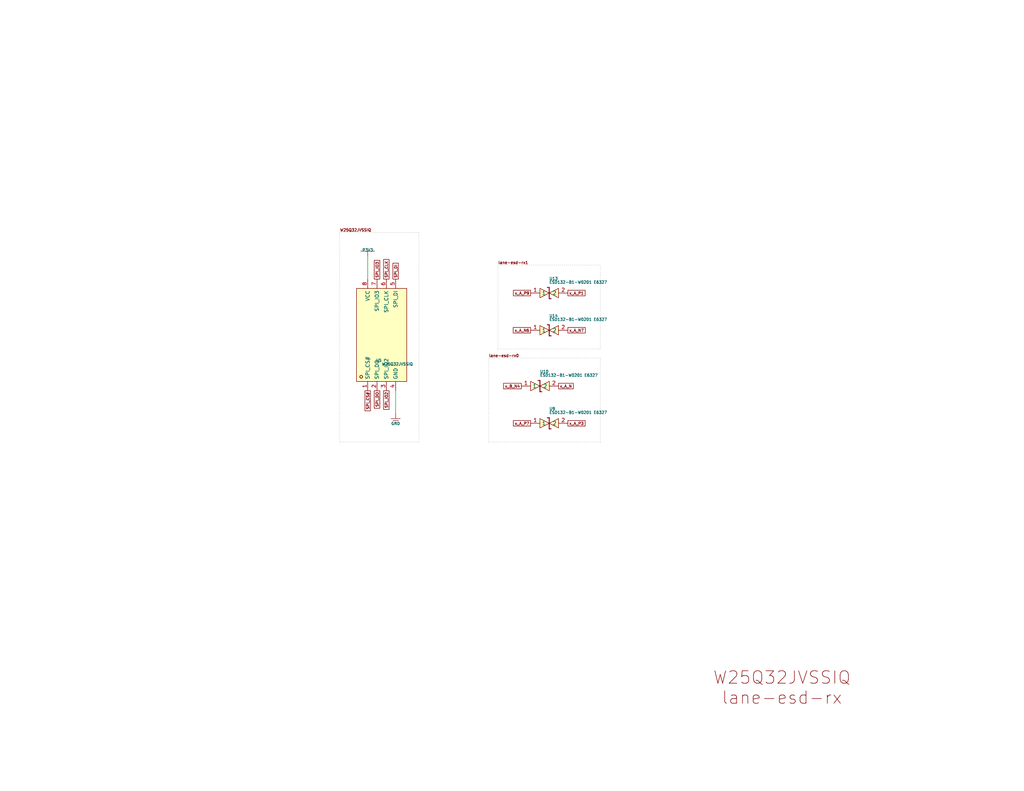
<source format=kicad_sch>
(kicad_sch (version 20230121) (generator jitx)
  (paper "A")
  (lib_symbols
    (symbol "P3V3" (power)
      (property "Reference" "#PWR" (at 35.0 60.0 0.0))
      (property "Value" "P3V3" (at 0.0 1.5875 0.0))
      (symbol "P3V3_1_0"
        (pin power_in line (at 0.0 0.0 90) (length 0.0) (name "P3V3") (number "~"))
      )
    )
    (symbol "VBUS" (power)
      (property "Reference" "#PWR" (at 35.0 60.0 0.0))
      (property "Value" "VBUS" (at 0.0 1.5875 0.0))
      (symbol "VBUS_1_0"
        (pin power_in line (at 0.0 0.0 90) (length 0.0) (name "VBUS") (number "~"))
      )
    )
    (symbol "P1V9" (power)
      (property "Reference" "#PWR" (at 35.0 60.0 0.0))
      (property "Value" "P1V9" (at 0.0 1.5875 0.0))
      (symbol "P1V9_1_0"
        (pin power_in line (at 0.0 0.0 90) (length 0.0) (name "P1V9") (number "~"))
      )
    )
    (symbol "GND" (power)
      (property "Reference" "#PWR" (at 35.0 60.0 0.0))
      (property "Value" "GND" (at 0.0 -2.6035 0.0))
      (symbol "GND_1_0"
        (pin power_in line (at 0.0 0.0 270) (length 0.0) (name "GND") (number "~"))
      )
    )
    (symbol "P1V13" (power)
      (property "Reference" "#PWR" (at 35.0 60.0 0.0))
      (property "Value" "P1V13" (at 0.0 1.5875 0.0))
      (symbol "P1V13_1_0"
        (pin power_in line (at 0.0 0.0 90) (length 0.0) (name "P1V13") (number "~"))
      )
    )
    (symbol "resistor_sym"
      (property "Reference" "U" (at 1.27 1.27 0.0))
      (property "Value" "resistor_sym" (at 1.27 -1.27 0.0))
      (symbol "resistor_sym_1_0"
        (pin unspecified line (at 0.0 2.54 270) (length 0.0) (name "1") (number "~"))
        (pin unspecified line (at 0.0 -2.54 90) (length 0.0) (name "2") (number "~"))
      )
    )
    (symbol "capacitor_sym"
      (property "Reference" "U" (at 1.27 1.27 0.0))
      (property "Value" "capacitor_sym" (at 1.27 -1.27 0.0))
      (symbol "capacitor_sym_1_0"
        (pin unspecified line (at 0.0 2.54 270) (length 0.0) (name "1") (number "~"))
        (pin unspecified line (at 0.0 -2.54 90) (length 0.0) (name "2") (number "~"))
      )
    )
    (symbol "Capacitor"
      (property "Reference" "U" (at 3.2385 0.0 0.0))
      (property "Value" "Capacitor" (at 3.2385 -1.524 0.0))
      (symbol "Capacitor_1_0"
        (pin unspecified line (at 0.0 2.54 270) (length 0.0) (name "1") (number "~"))
        (pin unspecified line (at 0.0 -2.54 90) (length 0.0) (name "2") (number "~"))
      )
    )
    (symbol "resistor_sym_1"
      (property "Reference" "U" (at 1.27 1.27 0.0))
      (property "Value" "resistor_sym_1" (at 1.27 -1.27 0.0))
      (symbol "resistor_sym_1_1_0"
        (pin unspecified line (at 0.0 2.54 270) (length 0.0) (name "1") (number "~"))
        (pin unspecified line (at 0.0 -2.54 90) (length 0.0) (name "2") (number "~"))
      )
    )
    (symbol "Box_Self_self_"
      (property "Reference" "U" (at -3.8735 7.6835 0.0))
      (property "Value" "Box_Self_self_" (at -3.8735 -7.6835 0.0))
      (symbol "Box_Self_self__1_0"
        (pin unspecified line (at -6.35 3.81 0) (length 2.54) (name "IOC1") (number "~"))
        (pin unspecified line (at -6.35 2.54 0) (length 2.54) (name "IOC2") (number "~"))
        (pin unspecified line (at -6.35 1.27 0) (length 2.54) (name "IOC3") (number "~"))
        (pin unspecified line (at -6.35 0.0 0) (length 2.54) (name "IOC4") (number "~"))
        (pin unspecified line (at 6.35 3.81 180) (length 2.54) (name "IOS1") (number "~"))
        (pin unspecified line (at 6.35 2.54 180) (length 2.54) (name "IOS2") (number "~"))
        (pin unspecified line (at 6.35 1.27 180) (length 2.54) (name "IOS3") (number "~"))
        (pin unspecified line (at 6.35 0.0 180) (length 2.54) (name "IOS4") (number "~"))
        (pin unspecified line (at -6.35 -2.54 0) (length 2.54) (name "GND1") (number "~"))
        (pin unspecified line (at -6.35 -3.81 0) (length 2.54) (name "GND2") (number "~"))
      )
    )
    (symbol "capacitor_sym_1"
      (property "Reference" "U" (at 1.27 1.27 0.0))
      (property "Value" "capacitor_sym_1" (at 1.27 -1.27 0.0))
      (symbol "capacitor_sym_1_1_0"
        (pin unspecified line (at 0.0 2.54 270) (length 0.0) (name "1") (number "~"))
        (pin unspecified line (at 0.0 -2.54 90) (length 0.0) (name "2") (number "~"))
      )
    )
    (symbol "Sym_1_2199230_6"
      (symbol "Sym_1_2199230_6_1_0"
        (pin unspecified line (at -12.7 48.26 0) (length 5.08) (name "CONFIG_3") (number "~"))
        (pin unspecified line (at -12.7 45.72 0) (length 5.08) (name "GND0") (number "~"))
        (pin unspecified line (at -12.7 43.18 0) (length 5.08) (name "PE3_RX_N") (number "~"))
        (pin unspecified line (at -12.7 40.64 0) (length 5.08) (name "PE3_RX_P") (number "~"))
        (pin unspecified line (at -12.7 38.1 0) (length 5.08) (name "GND1") (number "~"))
        (pin unspecified line (at -12.7 35.56 0) (length 5.08) (name "PE3_TX_N") (number "~"))
        (pin unspecified line (at -12.7 33.02 0) (length 5.08) (name "PE3_TX_P") (number "~"))
        (pin unspecified line (at -12.7 30.48 0) (length 5.08) (name "GND2") (number "~"))
        (pin unspecified line (at -12.7 27.94 0) (length 5.08) (name "PE2_RX_N") (number "~"))
        (pin unspecified line (at -12.7 25.4 0) (length 5.08) (name "PE2_RX_P") (number "~"))
        (pin unspecified line (at -12.7 22.86 0) (length 5.08) (name "CONFIG_0") (number "~"))
        (pin unspecified line (at -12.7 20.32 0) (length 5.08) (name "PE2_TX_N") (number "~"))
        (pin unspecified line (at -12.7 17.78 0) (length 5.08) (name "PE2_TX_P") (number "~"))
        (pin unspecified line (at -12.7 15.24 0) (length 5.08) (name "PE1_RX_N") (number "~"))
        (pin unspecified line (at -12.7 12.7 0) (length 5.08) (name "PE1_RX_P") (number "~"))
        (pin unspecified line (at -12.7 10.16 0) (length 5.08) (name "GND3") (number "~"))
        (pin unspecified line (at -12.7 7.62 0) (length 5.08) (name "PE1_TX_N") (number "~"))
        (pin unspecified line (at -12.7 5.08 0) (length 5.08) (name "PE1_TX_P") (number "~"))
        (pin unspecified line (at -12.7 2.54 0) (length 5.08) (name "GND4") (number "~"))
        (pin unspecified line (at -12.7 0.0 0) (length 5.08) (name "PE0_RX_N") (number "~"))
        (pin unspecified line (at -12.7 -2.54 0) (length 5.08) (name "PE0_RX_P") (number "~"))
        (pin unspecified line (at -12.7 -5.08 0) (length 5.08) (name "GND5") (number "~"))
        (pin unspecified line (at -12.7 -7.62 0) (length 5.08) (name "PE0_TX_N") (number "~"))
        (pin unspecified line (at -12.7 -10.16 0) (length 5.08) (name "PE0_TX_P") (number "~"))
        (pin unspecified line (at -12.7 -12.7 0) (length 5.08) (name "GND6") (number "~"))
        (pin unspecified line (at -12.7 -15.24 0) (length 5.08) (name "REFCLKN") (number "~"))
        (pin unspecified line (at -12.7 -17.78 0) (length 5.08) (name "REFCLKP") (number "~"))
        (pin unspecified line (at -12.7 -20.32 0) (length 5.08) (name "GND7") (number "~"))
        (pin unspecified line (at -12.7 -22.86 0) (length 5.08) (name "NC0") (number "~"))
        (pin unspecified line (at -12.7 -35.56 0) (length 5.08) (name "CONFIG_1") (number "~"))
        (pin unspecified line (at -12.7 -38.1 0) (length 5.08) (name "GND8") (number "~"))
        (pin unspecified line (at -12.7 -40.64 0) (length 5.08) (name "GND9") (number "~"))
        (pin unspecified line (at -12.7 -43.18 0) (length 5.08) (name "CONFIG_2") (number "~"))
        (pin unspecified line (at 12.7 48.26 180) (length 5.08) (name "V_3V3_0") (number "~"))
        (pin unspecified line (at 12.7 45.72 180) (length 5.08) (name "V_3V3_1") (number "~"))
        (pin unspecified line (at 12.7 43.18 180) (length 5.08) (name "NC1") (number "~"))
        (pin unspecified line (at 12.7 40.64 180) (length 5.08) (name "NC2") (number "~"))
        (pin unspecified line (at 12.7 38.1 180) (length 5.08) (name "DAS_DSS") (number "~"))
        (pin unspecified line (at 12.7 35.56 180) (length 5.08) (name "V_3V3_2") (number "~"))
        (pin unspecified line (at 12.7 33.02 180) (length 5.08) (name "V_3V3_3") (number "~"))
        (pin unspecified line (at 12.7 30.48 180) (length 5.08) (name "V_3V3_4") (number "~"))
        (pin unspecified line (at 12.7 27.94 180) (length 5.08) (name "V_3V3_5") (number "~"))
        (pin unspecified line (at 12.7 25.4 180) (length 5.08) (name "NC3") (number "~"))
        (pin unspecified line (at 12.7 22.86 180) (length 5.08) (name "NC4") (number "~"))
        (pin unspecified line (at 12.7 20.32 180) (length 5.08) (name "NC5") (number "~"))
        (pin unspecified line (at 12.7 17.78 180) (length 5.08) (name "NC6") (number "~"))
        (pin unspecified line (at 12.7 15.24 180) (length 5.08) (name "NC7") (number "~"))
        (pin unspecified line (at 12.7 12.7 180) (length 5.08) (name "NC8") (number "~"))
        (pin unspecified line (at 12.7 10.16 180) (length 5.08) (name "NC9") (number "~"))
        (pin unspecified line (at 12.7 7.62 180) (length 5.08) (name "NC10") (number "~"))
        (pin unspecified line (at 12.7 5.08 180) (length 5.08) (name "NC11") (number "~"))
        (pin unspecified line (at 12.7 2.54 180) (length 5.08) (name "DEVSLP") (number "~"))
        (pin unspecified line (at 12.7 0.0 180) (length 5.08) (name "NC12") (number "~"))
        (pin unspecified line (at 12.7 -2.54 180) (length 5.08) (name "NC13") (number "~"))
        (pin unspecified line (at 12.7 -5.08 180) (length 5.08) (name "NC14") (number "~"))
        (pin unspecified line (at 12.7 -7.62 180) (length 5.08) (name "NC15") (number "~"))
        (pin unspecified line (at 12.7 -10.16 180) (length 5.08) (name "NC16") (number "~"))
        (pin unspecified line (at 12.7 -12.7 180) (length 5.08) (name "PERST#") (number "~"))
        (pin unspecified line (at 12.7 -15.24 180) (length 5.08) (name "CLKREQ#") (number "~"))
        (pin unspecified line (at 12.7 -17.78 180) (length 5.08) (name "PEWAKE#") (number "~"))
        (pin unspecified line (at 12.7 -20.32 180) (length 5.08) (name "MFG1") (number "~"))
        (pin unspecified line (at 12.7 -22.86 180) (length 5.08) (name "MFG2") (number "~"))
        (pin unspecified line (at 12.7 -35.56 180) (length 5.08) (name "SUSCLK") (number "~"))
        (pin unspecified line (at 12.7 -38.1 180) (length 5.08) (name "V_3V3_6") (number "~"))
        (pin unspecified line (at 12.7 -40.64 180) (length 5.08) (name "V_3V3_7") (number "~"))
        (pin unspecified line (at 12.7 -43.18 180) (length 5.08) (name "V_3V3_8") (number "~"))
        (pin unspecified line (at 12.7 -48.26 180) (length 5.08) (name "SHIELD0") (number "~"))
        (pin unspecified line (at 12.7 -50.8 180) (length 5.08) (name "SHIELD1") (number "~"))
      )
    )
    (symbol "Inductor"
      (property "Reference" "U" (at 1.3335 0.0 0.0))
      (property "Value" "Inductor" (at 1.3335 -1.524 0.0))
      (symbol "Inductor_1_0"
        (pin unspecified line (at 0.0 2.54 270) (length 0.0) (name "1") (number "~"))
        (pin unspecified line (at 0.0 -2.54 90) (length 0.0) (name "2") (number "~"))
      )
    )
    (symbol "capacitor_sym_2"
      (property "Reference" "U" (at 1.27 1.27 0.0))
      (property "Value" "capacitor_sym_2" (at 1.27 -1.27 0.0))
      (symbol "capacitor_sym_2_1_0"
        (pin unspecified line (at 0.0 2.54 270) (length 0.0) (name "1") (number "~"))
        (pin unspecified line (at 0.0 -2.54 90) (length 0.0) (name "2") (number "~"))
      )
    )
    (symbol "Box_Self_self__1"
      (property "Reference" "U" (at -2.6035 8.9535 0.0))
      (property "Value" "Box_Self_self__1" (at -2.6035 -7.6835 0.0))
      (symbol "Box_Self_self__1_1_0"
        (pin unspecified line (at -5.08 5.08 0) (length 2.54) (name "VIN") (number "~"))
        (pin unspecified line (at -5.08 3.81 0) (length 2.54) (name "EN") (number "~"))
        (pin unspecified line (at -5.08 2.54 0) (length 2.54) (name "SS") (number "~"))
        (pin unspecified line (at -5.08 1.27 0) (length 2.54) (name "RT") (number "~"))
        (pin unspecified line (at 5.08 5.08 180) (length 2.54) (name "BST") (number "~"))
        (pin unspecified line (at 5.08 -1.27 180) (length 2.54) (name "SW") (number "~"))
        (pin unspecified line (at -5.08 -3.81 0) (length 2.54) (name "GND") (number "~"))
        (pin unspecified line (at 5.08 -3.81 180) (length 2.54) (name "FB") (number "~"))
      )
    )
    (symbol "capacitor_sym_3"
      (property "Reference" "U" (at 1.27 1.27 0.0))
      (property "Value" "capacitor_sym_3" (at 1.27 -1.27 0.0))
      (symbol "capacitor_sym_3_1_0"
        (pin unspecified line (at 0.0 2.54 270) (length 0.0) (name "1") (number "~"))
        (pin unspecified line (at 0.0 -2.54 90) (length 0.0) (name "2") (number "~"))
      )
    )
    (symbol "resistor_sym_2"
      (property "Reference" "U" (at 1.27 1.27 0.0))
      (property "Value" "resistor_sym_2" (at 1.27 -1.27 0.0))
      (symbol "resistor_sym_2_1_0"
        (pin unspecified line (at 0.0 2.54 270) (length 0.0) (name "1") (number "~"))
        (pin unspecified line (at 0.0 -2.54 90) (length 0.0) (name "2") (number "~"))
      )
    )
    (symbol "resistor_sym_3"
      (property "Reference" "U" (at 1.27 1.27 0.0))
      (property "Value" "resistor_sym_3" (at 1.27 -1.27 0.0))
      (symbol "resistor_sym_3_1_0"
        (pin unspecified line (at 0.0 2.54 270) (length 0.0) (name "1") (number "~"))
        (pin unspecified line (at 0.0 -2.54 90) (length 0.0) (name "2") (number "~"))
      )
    )
    (symbol "resistor_sym_4"
      (property "Reference" "U" (at 1.27 1.27 0.0))
      (property "Value" "resistor_sym_4" (at 1.27 -1.27 0.0))
      (symbol "resistor_sym_4_1_0"
        (pin unspecified line (at 0.0 2.54 270) (length 0.0) (name "1") (number "~"))
        (pin unspecified line (at 0.0 -2.54 90) (length 0.0) (name "2") (number "~"))
      )
    )
    (symbol "capacitor_sym_4"
      (property "Reference" "U" (at 1.27 1.27 0.0))
      (property "Value" "capacitor_sym_4" (at 1.27 -1.27 0.0))
      (symbol "capacitor_sym_4_1_0"
        (pin unspecified line (at 0.0 2.54 270) (length 0.0) (name "1") (number "~"))
        (pin unspecified line (at 0.0 -2.54 90) (length 0.0) (name "2") (number "~"))
      )
    )
    (symbol "capacitor_sym_5"
      (property "Reference" "U" (at 1.27 1.27 0.0))
      (property "Value" "capacitor_sym_5" (at 1.27 -1.27 0.0))
      (symbol "capacitor_sym_5_1_0"
        (pin unspecified line (at 0.0 2.54 270) (length 0.0) (name "1") (number "~"))
        (pin unspecified line (at 0.0 -2.54 90) (length 0.0) (name "2") (number "~"))
      )
    )
    (symbol "resistor_sym_5"
      (property "Reference" "U" (at 1.27 1.27 0.0))
      (property "Value" "resistor_sym_5" (at 1.27 -1.27 0.0))
      (symbol "resistor_sym_5_1_0"
        (pin unspecified line (at 0.0 2.54 270) (length 0.0) (name "1") (number "~"))
        (pin unspecified line (at 0.0 -2.54 90) (length 0.0) (name "2") (number "~"))
      )
    )
    (symbol "capacitor_sym_6"
      (property "Reference" "U" (at 1.27 1.27 0.0))
      (property "Value" "capacitor_sym_6" (at 1.27 -1.27 0.0))
      (symbol "capacitor_sym_6_1_0"
        (pin unspecified line (at 0.0 2.54 270) (length 0.0) (name "1") (number "~"))
        (pin unspecified line (at 0.0 -2.54 90) (length 0.0) (name "2") (number "~"))
      )
    )
    (symbol "resistor_sym_6"
      (property "Reference" "U" (at 1.27 1.27 0.0))
      (property "Value" "resistor_sym_6" (at 1.27 -1.27 0.0))
      (symbol "resistor_sym_6_1_0"
        (pin unspecified line (at 0.0 2.54 270) (length 0.0) (name "1") (number "~"))
        (pin unspecified line (at 0.0 -2.54 90) (length 0.0) (name "2") (number "~"))
      )
    )
    (symbol "resistor_sym_7"
      (property "Reference" "U" (at 1.27 1.27 0.0))
      (property "Value" "resistor_sym_7" (at 1.27 -1.27 0.0))
      (symbol "resistor_sym_7_1_0"
        (pin unspecified line (at 0.0 2.54 270) (length 0.0) (name "1") (number "~"))
        (pin unspecified line (at 0.0 -2.54 90) (length 0.0) (name "2") (number "~"))
      )
    )
    (symbol "Box_Self_self__2"
      (property "Reference" "U" (at -3.8735 14.0335 0.0))
      (property "Value" "Box_Self_self__2" (at -3.8735 -14.0335 0.0))
      (symbol "Box_Self_self__2_1_0"
        (pin unspecified line (at 7.62 10.16 180) (length 2.54) (name "VBUS0") (number "~"))
        (pin unspecified line (at 7.62 8.89 180) (length 2.54) (name "VBUS1") (number "~"))
        (pin unspecified line (at -6.35 6.35 0) (length 2.54) (name "D0_P") (number "~"))
        (pin unspecified line (at -6.35 5.08 0) (length 2.54) (name "D0_N") (number "~"))
        (pin unspecified line (at -6.35 2.54 0) (length 2.54) (name "TX1_P") (number "~"))
        (pin unspecified line (at -6.35 1.27 0) (length 2.54) (name "TX1_N") (number "~"))
        (pin unspecified line (at -6.35 -1.27 0) (length 2.54) (name "RX1_P") (number "~"))
        (pin unspecified line (at -6.35 -2.54 0) (length 2.54) (name "RX1_N") (number "~"))
        (pin unspecified line (at -6.35 -5.08 0) (length 2.54) (name "CC1") (number "~"))
        (pin unspecified line (at -6.35 -6.35 0) (length 2.54) (name "SBU1") (number "~"))
        (pin unspecified line (at -6.35 -8.89 0) (length 2.54) (name "GND0") (number "~"))
        (pin unspecified line (at -6.35 -10.16 0) (length 2.54) (name "GND1") (number "~"))
        (pin unspecified line (at 7.62 -10.16 180) (length 2.54) (name "SHIELD") (number "~"))
      )
    )
    (symbol "Box_Self_self__3"
      (property "Reference" "U" (at -3.8735 14.0335 0.0))
      (property "Value" "Box_Self_self__3" (at -3.8735 -14.0335 0.0))
      (symbol "Box_Self_self__3_1_0"
        (pin unspecified line (at 7.62 10.16 180) (length 2.54) (name "VBUS3") (number "~"))
        (pin unspecified line (at 7.62 8.89 180) (length 2.54) (name "VBUS2") (number "~"))
        (pin unspecified line (at -6.35 6.35 0) (length 2.54) (name "D1_P") (number "~"))
        (pin unspecified line (at -6.35 5.08 0) (length 2.54) (name "D1_N") (number "~"))
        (pin unspecified line (at -6.35 2.54 0) (length 2.54) (name "TX2_P") (number "~"))
        (pin unspecified line (at -6.35 1.27 0) (length 2.54) (name "TX2_N") (number "~"))
        (pin unspecified line (at -6.35 -1.27 0) (length 2.54) (name "RX2_P") (number "~"))
        (pin unspecified line (at -6.35 -2.54 0) (length 2.54) (name "RX2_N") (number "~"))
        (pin unspecified line (at -6.35 -5.08 0) (length 2.54) (name "CC2") (number "~"))
        (pin unspecified line (at -6.35 -6.35 0) (length 2.54) (name "SBU2") (number "~"))
        (pin unspecified line (at -6.35 -8.89 0) (length 2.54) (name "GND2") (number "~"))
        (pin unspecified line (at -6.35 -10.16 0) (length 2.54) (name "GND3") (number "~"))
      )
    )
    (symbol "capacitor_sym_7"
      (property "Reference" "U" (at 1.27 1.27 0.0))
      (property "Value" "capacitor_sym_7" (at 1.27 -1.27 0.0))
      (symbol "capacitor_sym_7_1_0"
        (pin unspecified line (at 0.0 2.54 270) (length 0.0) (name "1") (number "~"))
        (pin unspecified line (at 0.0 -2.54 90) (length 0.0) (name "2") (number "~"))
      )
    )
    (symbol "resistor_sym_8"
      (property "Reference" "U" (at 1.27 1.27 0.0))
      (property "Value" "resistor_sym_8" (at 1.27 -1.27 0.0))
      (symbol "resistor_sym_8_1_0"
        (pin unspecified line (at 0.0 2.54 270) (length 0.0) (name "1") (number "~"))
        (pin unspecified line (at 0.0 -2.54 90) (length 0.0) (name "2") (number "~"))
      )
    )
    (symbol "capacitor_sym_8"
      (property "Reference" "U" (at 1.27 1.27 0.0))
      (property "Value" "capacitor_sym_8" (at 1.27 -1.27 0.0))
      (symbol "capacitor_sym_8_1_0"
        (pin unspecified line (at 0.0 2.54 270) (length 0.0) (name "1") (number "~"))
        (pin unspecified line (at 0.0 -2.54 90) (length 0.0) (name "2") (number "~"))
      )
    )
    (symbol "capacitor_sym_9"
      (property "Reference" "U" (at 1.27 1.27 0.0))
      (property "Value" "capacitor_sym_9" (at 1.27 -1.27 0.0))
      (symbol "capacitor_sym_9_1_0"
        (pin unspecified line (at 0.0 2.54 270) (length 0.0) (name "1") (number "~"))
        (pin unspecified line (at 0.0 -2.54 90) (length 0.0) (name "2") (number "~"))
      )
    )
    (symbol "Power_Symbol"
      (property "Value" "Power_Symbol" (at 0.0 1.5875 0.0))
      (symbol "Power_Symbol_1_0"
        (pin unspecified line (at 0.0 0.0 90) (length 0.0) (name "0") (number "~"))
      )
    )
    (symbol "Ground_Symbol"
      (property "Value" "Ground_Symbol" (at 0.0 -2.6035 0.0))
      (symbol "Ground_Symbol_1_0"
        (pin unspecified line (at 0.0 0.0 270) (length 0.0) (name "0") (number "~"))
      )
    )
    (symbol "capacitor_sym_10"
      (property "Reference" "U" (at 1.27 1.27 0.0))
      (property "Value" "capacitor_sym_10" (at 1.27 -1.27 0.0))
      (symbol "capacitor_sym_10_1_0"
        (pin unspecified line (at 0.0 2.54 270) (length 0.0) (name "1") (number "~"))
        (pin unspecified line (at 0.0 -2.54 90) (length 0.0) (name "2") (number "~"))
      )
    )
    (symbol "resistor_sym_9"
      (property "Reference" "U" (at 1.27 1.27 0.0))
      (property "Value" "resistor_sym_9" (at 1.27 -1.27 0.0))
      (symbol "resistor_sym_9_1_0"
        (pin unspecified line (at 0.0 2.54 270) (length 0.0) (name "1") (number "~"))
        (pin unspecified line (at 0.0 -2.54 90) (length 0.0) (name "2") (number "~"))
      )
    )
    (symbol "resistor_sym_10"
      (property "Reference" "U" (at 1.27 1.27 0.0))
      (property "Value" "resistor_sym_10" (at 1.27 -1.27 0.0))
      (symbol "resistor_sym_10_1_0"
        (pin unspecified line (at 0.0 2.54 270) (length 0.0) (name "1") (number "~"))
        (pin unspecified line (at 0.0 -2.54 90) (length 0.0) (name "2") (number "~"))
      )
    )
    (symbol "sym_ABMM2_25_000MHZ_D1_T"
      (property "Reference" "U" (at 0.0 4.54 0.0))
      (property "Value" "sym_ABMM2_25_000MHZ_D1_T" (at 0.0 3.54 0.0))
      (symbol "sym_ABMM2_25_000MHZ_D1_T_1_0"
        (pin unspecified line (at 7.62 -2.54 180) (length 2.54) (name "GND0") (number "~"))
        (pin unspecified line (at -7.62 2.54 0) (length 2.54) (name "GND1") (number "~"))
        (pin unspecified line (at 7.62 2.54 180) (length 2.54) (name "3") (number "~"))
        (pin unspecified line (at -7.62 -2.54 0) (length 2.54) (name "1") (number "~"))
      )
    )
    (symbol "capacitor_sym_11"
      (property "Reference" "U" (at 1.27 1.27 0.0))
      (property "Value" "capacitor_sym_11" (at 1.27 -1.27 0.0))
      (symbol "capacitor_sym_11_1_0"
        (pin unspecified line (at 0.0 2.54 270) (length 0.0) (name "1") (number "~"))
        (pin unspecified line (at 0.0 -2.54 90) (length 0.0) (name "2") (number "~"))
      )
    )
    (symbol "capacitor_sym_12"
      (property "Reference" "U" (at 1.27 1.27 0.0))
      (property "Value" "capacitor_sym_12" (at 1.27 -1.27 0.0))
      (symbol "capacitor_sym_12_1_0"
        (pin unspecified line (at 0.0 2.54 270) (length 0.0) (name "1") (number "~"))
        (pin unspecified line (at 0.0 -2.54 90) (length 0.0) (name "2") (number "~"))
      )
    )
    (symbol "capacitor_sym_13"
      (property "Reference" "U" (at 1.27 1.27 0.0))
      (property "Value" "capacitor_sym_13" (at 1.27 -1.27 0.0))
      (symbol "capacitor_sym_13_1_0"
        (pin unspecified line (at 0.0 2.54 270) (length 0.0) (name "1") (number "~"))
        (pin unspecified line (at 0.0 -2.54 90) (length 0.0) (name "2") (number "~"))
      )
    )
    (symbol "capacitor_sym_14"
      (property "Reference" "U" (at 1.27 1.27 0.0))
      (property "Value" "capacitor_sym_14" (at 1.27 -1.27 0.0))
      (symbol "capacitor_sym_14_1_0"
        (pin unspecified line (at 0.0 2.54 270) (length 0.0) (name "1") (number "~"))
        (pin unspecified line (at 0.0 -2.54 90) (length 0.0) (name "2") (number "~"))
      )
    )
    (symbol "Box_Self_self__4"
      (property "Reference" "U" (at -6.4135 25.4635 0.0))
      (property "Value" "Box_Self_self__4" (at -6.4135 -24.1935 0.0))
      (symbol "Box_Self_self__4_1_0"
        (pin unspecified line (at -8.89 21.59 0) (length 2.54) (name "UDP") (number "~"))
        (pin unspecified line (at -8.89 20.32 0) (length 2.54) (name "UDM") (number "~"))
        (pin unspecified line (at -8.89 19.05 0) (length 2.54) (name "UTXP0") (number "~"))
        (pin unspecified line (at -8.89 17.78 0) (length 2.54) (name "UTXN0") (number "~"))
        (pin unspecified line (at -8.89 16.51 0) (length 2.54) (name "UTXP1") (number "~"))
        (pin unspecified line (at -8.89 15.24 0) (length 2.54) (name "UTXN1") (number "~"))
        (pin unspecified line (at -8.89 13.97 0) (length 2.54) (name "URXP0") (number "~"))
        (pin unspecified line (at -8.89 12.7 0) (length 2.54) (name "URXN0") (number "~"))
        (pin unspecified line (at -8.89 11.43 0) (length 2.54) (name "URXP1") (number "~"))
        (pin unspecified line (at -8.89 10.16 0) (length 2.54) (name "URXN1") (number "~"))
        (pin unspecified line (at -8.89 8.89 0) (length 2.54) (name "VBUS") (number "~"))
        (pin unspecified line (at -8.89 7.62 0) (length 2.54) (name "CC1") (number "~"))
        (pin unspecified line (at -8.89 6.35 0) (length 2.54) (name "CC2") (number "~"))
        (pin unspecified line (at -8.89 5.08 0) (length 2.54) (name "SBU1") (number "~"))
        (pin unspecified line (at -8.89 3.81 0) (length 2.54) (name "SBU2") (number "~"))
        (pin unspecified line (at -8.89 2.54 0) (length 2.54) (name "REFCLKN0") (number "~"))
        (pin unspecified line (at -8.89 1.27 0) (length 2.54) (name "REFCLKP0") (number "~"))
        (pin unspecified line (at -8.89 0.0 0) (length 2.54) (name "PRXN1") (number "~"))
        (pin unspecified line (at -8.89 -1.27 0) (length 2.54) (name "PRXP1") (number "~"))
        (pin unspecified line (at -8.89 -2.54 0) (length 2.54) (name "PRXN0") (number "~"))
        (pin unspecified line (at -8.89 -3.81 0) (length 2.54) (name "PRXP0") (number "~"))
        (pin unspecified line (at -8.89 -5.08 0) (length 2.54) (name "PTXN1") (number "~"))
        (pin unspecified line (at -8.89 -6.35 0) (length 2.54) (name "PTXP1") (number "~"))
        (pin unspecified line (at -8.89 -7.62 0) (length 2.54) (name "PTXN0") (number "~"))
        (pin unspecified line (at -8.89 -8.89 0) (length 2.54) (name "PTXP0") (number "~"))
        (pin unspecified line (at -8.89 -10.16 0) (length 2.54) (name "PRXN3") (number "~"))
        (pin unspecified line (at -8.89 -11.43 0) (length 2.54) (name "PRXP3") (number "~"))
        (pin unspecified line (at -8.89 -12.7 0) (length 2.54) (name "PRXN2") (number "~"))
        (pin unspecified line (at -8.89 -13.97 0) (length 2.54) (name "PRXP2") (number "~"))
        (pin unspecified line (at -8.89 -15.24 0) (length 2.54) (name "PTXN3") (number "~"))
        (pin unspecified line (at -8.89 -16.51 0) (length 2.54) (name "PTXP3") (number "~"))
        (pin unspecified line (at -8.89 -17.78 0) (length 2.54) (name "PTXN2") (number "~"))
        (pin unspecified line (at -8.89 -19.05 0) (length 2.54) (name "PTXP2") (number "~"))
        (pin unspecified line (at -8.89 -20.32 0) (length 2.54) (name "TEST_EN") (number "~"))
        (pin unspecified line (at 8.89 20.32 180) (length 2.54) (name "UART_TX") (number "~"))
        (pin unspecified line (at 8.89 19.05 180) (length 2.54) (name "UART_RX") (number "~"))
        (pin unspecified line (at 8.89 17.78 180) (length 2.54) (name "HDDPC") (number "~"))
        (pin unspecified line (at 8.89 16.51 180) (length 2.54) (name "RST#") (number "~"))
        (pin unspecified line (at 8.89 15.24 180) (length 2.54) (name "I2C_DATA_P") (number "~"))
        (pin unspecified line (at 8.89 13.97 180) (length 2.54) (name "I2C_CLK_P") (number "~"))
        (pin unspecified line (at 8.89 12.7 180) (length 2.54) (name "GPIO0") (number "~"))
        (pin unspecified line (at 8.89 11.43 180) (length 2.54) (name "GPIO1") (number "~"))
        (pin unspecified line (at 8.89 10.16 180) (length 2.54) (name "GPIO2") (number "~"))
        (pin unspecified line (at 8.89 8.89 180) (length 2.54) (name "GPIO3") (number "~"))
        (pin unspecified line (at 8.89 7.62 180) (length 2.54) (name "SPI_CS#") (number "~"))
        (pin unspecified line (at 8.89 6.35 180) (length 2.54) (name "SPI_DO") (number "~"))
        (pin unspecified line (at 8.89 5.08 180) (length 2.54) (name "SPI_CLK") (number "~"))
        (pin unspecified line (at 8.89 3.81 180) (length 2.54) (name "SPI_DI") (number "~"))
        (pin unspecified line (at 8.89 2.54 180) (length 2.54) (name "GPIO8") (number "~"))
        (pin unspecified line (at 8.89 1.27 180) (length 2.54) (name "GPIO14") (number "~"))
        (pin unspecified line (at 8.89 0.0 180) (length 2.54) (name "GPIO15") (number "~"))
        (pin unspecified line (at 8.89 -1.27 180) (length 2.54) (name "GPIO16") (number "~"))
        (pin unspecified line (at 8.89 -2.54 180) (length 2.54) (name "GPIO17") (number "~"))
        (pin unspecified line (at 8.89 -3.81 180) (length 2.54) (name "GPIO18") (number "~"))
        (pin unspecified line (at 8.89 -5.08 180) (length 2.54) (name "GPIO19") (number "~"))
        (pin unspecified line (at 8.89 -6.35 180) (length 2.54) (name "GPIO20") (number "~"))
        (pin unspecified line (at 8.89 -7.62 180) (length 2.54) (name "GPIO21") (number "~"))
        (pin unspecified line (at 8.89 -8.89 180) (length 2.54) (name "GPIO22") (number "~"))
        (pin unspecified line (at 8.89 -10.16 180) (length 2.54) (name "GPIO23") (number "~"))
        (pin unspecified line (at 8.89 -11.43 180) (length 2.54) (name "GPIO24") (number "~"))
        (pin unspecified line (at 8.89 -12.7 180) (length 2.54) (name "GPIO25") (number "~"))
        (pin unspecified line (at 8.89 -13.97 180) (length 2.54) (name "GPIO26") (number "~"))
        (pin unspecified line (at 8.89 -15.24 180) (length 2.54) (name "GPIO27") (number "~"))
        (pin unspecified line (at 8.89 -16.51 180) (length 2.54) (name "UREXT") (number "~"))
        (pin unspecified line (at 8.89 -17.78 180) (length 2.54) (name "XI") (number "~"))
        (pin unspecified line (at 8.89 -19.05 180) (length 2.54) (name "XO") (number "~"))
      )
    )
    (symbol "Box_Self_self__5"
      (property "Reference" "U" (at -2.6035 30.5435 0.0))
      (property "Value" "Box_Self_self__5" (at -2.6035 -29.2735 0.0))
      (symbol "Box_Self_self__5_1_0"
        (pin unspecified line (at -5.08 26.67 0) (length 2.54) (name "NC0") (number "~"))
        (pin unspecified line (at -5.08 25.4 0) (length 2.54) (name "NC1") (number "~"))
        (pin unspecified line (at -5.08 24.13 0) (length 2.54) (name "NC2") (number "~"))
        (pin unspecified line (at -5.08 22.86 0) (length 2.54) (name "NC3") (number "~"))
        (pin unspecified line (at -5.08 21.59 0) (length 2.54) (name "NC4") (number "~"))
        (pin unspecified line (at -5.08 20.32 0) (length 2.54) (name "NC5") (number "~"))
        (pin unspecified line (at -5.08 19.05 0) (length 2.54) (name "NC6") (number "~"))
        (pin unspecified line (at -5.08 17.78 0) (length 2.54) (name "NC7") (number "~"))
        (pin unspecified line (at -5.08 16.51 0) (length 2.54) (name "NC8") (number "~"))
        (pin unspecified line (at -5.08 15.24 0) (length 2.54) (name "NC9") (number "~"))
        (pin unspecified line (at -5.08 13.97 0) (length 2.54) (name "NC10") (number "~"))
        (pin unspecified line (at -5.08 12.7 0) (length 2.54) (name "NC11") (number "~"))
        (pin unspecified line (at -5.08 11.43 0) (length 2.54) (name "NC12") (number "~"))
        (pin unspecified line (at -5.08 10.16 0) (length 2.54) (name "NC13") (number "~"))
        (pin unspecified line (at -5.08 8.89 0) (length 2.54) (name "NC14") (number "~"))
        (pin unspecified line (at -5.08 7.62 0) (length 2.54) (name "NC15") (number "~"))
        (pin unspecified line (at -5.08 6.35 0) (length 2.54) (name "NC16") (number "~"))
        (pin unspecified line (at -5.08 5.08 0) (length 2.54) (name "NC17") (number "~"))
        (pin unspecified line (at -5.08 3.81 0) (length 2.54) (name "NC18") (number "~"))
        (pin unspecified line (at -5.08 2.54 0) (length 2.54) (name "NC19") (number "~"))
        (pin unspecified line (at -5.08 1.27 0) (length 2.54) (name "NC20") (number "~"))
        (pin unspecified line (at -5.08 0.0 0) (length 2.54) (name "NC21") (number "~"))
        (pin unspecified line (at -5.08 -1.27 0) (length 2.54) (name "NC22") (number "~"))
        (pin unspecified line (at -5.08 -2.54 0) (length 2.54) (name "NC23") (number "~"))
        (pin unspecified line (at -5.08 -3.81 0) (length 2.54) (name "NC24") (number "~"))
        (pin unspecified line (at -5.08 -5.08 0) (length 2.54) (name "NC25") (number "~"))
        (pin unspecified line (at -5.08 -6.35 0) (length 2.54) (name "NC26") (number "~"))
        (pin unspecified line (at -5.08 -7.62 0) (length 2.54) (name "NC27") (number "~"))
        (pin unspecified line (at -5.08 -8.89 0) (length 2.54) (name "NC28") (number "~"))
        (pin unspecified line (at -5.08 -10.16 0) (length 2.54) (name "NC29") (number "~"))
        (pin unspecified line (at -5.08 -11.43 0) (length 2.54) (name "NC30") (number "~"))
        (pin unspecified line (at -5.08 -12.7 0) (length 2.54) (name "NC31") (number "~"))
        (pin unspecified line (at -5.08 -13.97 0) (length 2.54) (name "REFCLKN3") (number "~"))
        (pin unspecified line (at -5.08 -15.24 0) (length 2.54) (name "REFCLKP3") (number "~"))
        (pin unspecified line (at -5.08 -16.51 0) (length 2.54) (name "REFCLKN2") (number "~"))
        (pin unspecified line (at -5.08 -17.78 0) (length 2.54) (name "REFCLKP2") (number "~"))
        (pin unspecified line (at -5.08 -19.05 0) (length 2.54) (name "REFCLKN1") (number "~"))
        (pin unspecified line (at -5.08 -20.32 0) (length 2.54) (name "REFCLKP1") (number "~"))
        (pin unspecified line (at -5.08 -21.59 0) (length 2.54) (name "PERST#3") (number "~"))
        (pin unspecified line (at -5.08 -22.86 0) (length 2.54) (name "PERST#2") (number "~"))
        (pin unspecified line (at -5.08 -24.13 0) (length 2.54) (name "PERST#1") (number "~"))
        (pin unspecified line (at -5.08 -25.4 0) (length 2.54) (name "PERST#0") (number "~"))
      )
    )
    (symbol "Box_Self_self__6"
      (property "Reference" "U" (at -5.1435 29.2735 0.0))
      (property "Value" "Box_Self_self__6" (at -5.1435 -28.0035 0.0))
      (symbol "Box_Self_self__6_1_0"
        (pin unspecified line (at -7.62 25.4 0) (length 2.54) (name "VDD0") (number "~"))
        (pin unspecified line (at -7.62 24.13 0) (length 2.54) (name "VDD1") (number "~"))
        (pin unspecified line (at -7.62 22.86 0) (length 2.54) (name "VDD2") (number "~"))
        (pin unspecified line (at -7.62 21.59 0) (length 2.54) (name "VDD3") (number "~"))
        (pin unspecified line (at -7.62 20.32 0) (length 2.54) (name "VDD4") (number "~"))
        (pin unspecified line (at -7.62 19.05 0) (length 2.54) (name "VDD5") (number "~"))
        (pin unspecified line (at -7.62 17.78 0) (length 2.54) (name "VDD6") (number "~"))
        (pin unspecified line (at -7.62 16.51 0) (length 2.54) (name "VDD7") (number "~"))
        (pin unspecified line (at -7.62 15.24 0) (length 2.54) (name "VDD8") (number "~"))
        (pin unspecified line (at -7.62 13.97 0) (length 2.54) (name "VDD9") (number "~"))
        (pin unspecified line (at -7.62 12.7 0) (length 2.54) (name "VDD10") (number "~"))
        (pin unspecified line (at -7.62 11.43 0) (length 2.54) (name "VDD11") (number "~"))
        (pin unspecified line (at -7.62 10.16 0) (length 2.54) (name "VDD12") (number "~"))
        (pin unspecified line (at -7.62 8.89 0) (length 2.54) (name "VDD13") (number "~"))
        (pin unspecified line (at -7.62 7.62 0) (length 2.54) (name "VDD14") (number "~"))
        (pin unspecified line (at -7.62 6.35 0) (length 2.54) (name "VDD15") (number "~"))
        (pin unspecified line (at -7.62 5.08 0) (length 2.54) (name "VDD16") (number "~"))
        (pin unspecified line (at -7.62 3.81 0) (length 2.54) (name "VDD17") (number "~"))
        (pin unspecified line (at -7.62 2.54 0) (length 2.54) (name "VDD18") (number "~"))
        (pin unspecified line (at -7.62 1.27 0) (length 2.54) (name "VDD19") (number "~"))
        (pin unspecified line (at -7.62 0.0 0) (length 2.54) (name "VDD20") (number "~"))
        (pin unspecified line (at -7.62 -1.27 0) (length 2.54) (name "VDD21") (number "~"))
        (pin unspecified line (at -7.62 -2.54 0) (length 2.54) (name "VDD22") (number "~"))
        (pin unspecified line (at -7.62 -3.81 0) (length 2.54) (name "VDD23") (number "~"))
        (pin unspecified line (at -7.62 -5.08 0) (length 2.54) (name "VDD24") (number "~"))
        (pin unspecified line (at -7.62 -6.35 0) (length 2.54) (name "VDD25") (number "~"))
        (pin unspecified line (at -7.62 -7.62 0) (length 2.54) (name "VDD26") (number "~"))
        (pin unspecified line (at -7.62 -8.89 0) (length 2.54) (name "VDD39") (number "~"))
        (pin unspecified line (at -7.62 -10.16 0) (length 2.54) (name "VDD38") (number "~"))
        (pin unspecified line (at -7.62 -11.43 0) (length 2.54) (name "VDD37") (number "~"))
        (pin unspecified line (at -7.62 -12.7 0) (length 2.54) (name "VDD36") (number "~"))
        (pin unspecified line (at -7.62 -13.97 0) (length 2.54) (name "VDD35") (number "~"))
        (pin unspecified line (at -7.62 -15.24 0) (length 2.54) (name "VDD34") (number "~"))
        (pin unspecified line (at -7.62 -16.51 0) (length 2.54) (name "VDD33") (number "~"))
        (pin unspecified line (at -7.62 -17.78 0) (length 2.54) (name "VDD32") (number "~"))
        (pin unspecified line (at -7.62 -19.05 0) (length 2.54) (name "VDD31") (number "~"))
        (pin unspecified line (at -7.62 -20.32 0) (length 2.54) (name "VDD30") (number "~"))
        (pin unspecified line (at -7.62 -21.59 0) (length 2.54) (name "VDD29") (number "~"))
        (pin unspecified line (at -7.62 -22.86 0) (length 2.54) (name "VDD28") (number "~"))
        (pin unspecified line (at -7.62 -24.13 0) (length 2.54) (name "VDD27") (number "~"))
        (pin unspecified line (at 7.62 19.05 180) (length 2.54) (name "GND0") (number "~"))
        (pin unspecified line (at 7.62 17.78 180) (length 2.54) (name "GND1") (number "~"))
        (pin unspecified line (at 7.62 16.51 180) (length 2.54) (name "GND2") (number "~"))
        (pin unspecified line (at 7.62 15.24 180) (length 2.54) (name "GND3") (number "~"))
        (pin unspecified line (at 7.62 13.97 180) (length 2.54) (name "GND4") (number "~"))
        (pin unspecified line (at 7.62 12.7 180) (length 2.54) (name "GND5") (number "~"))
        (pin unspecified line (at 7.62 11.43 180) (length 2.54) (name "GND6") (number "~"))
        (pin unspecified line (at 7.62 10.16 180) (length 2.54) (name "GND7") (number "~"))
        (pin unspecified line (at 7.62 8.89 180) (length 2.54) (name "GND8") (number "~"))
        (pin unspecified line (at 7.62 7.62 180) (length 2.54) (name "GND9") (number "~"))
        (pin unspecified line (at 7.62 6.35 180) (length 2.54) (name "GND10") (number "~"))
        (pin unspecified line (at 7.62 5.08 180) (length 2.54) (name "GND11") (number "~"))
        (pin unspecified line (at 7.62 3.81 180) (length 2.54) (name "GND12") (number "~"))
        (pin unspecified line (at 7.62 2.54 180) (length 2.54) (name "GND13") (number "~"))
        (pin unspecified line (at 7.62 1.27 180) (length 2.54) (name "GND14") (number "~"))
        (pin unspecified line (at 7.62 0.0 180) (length 2.54) (name "GND15") (number "~"))
        (pin unspecified line (at 7.62 -1.27 180) (length 2.54) (name "GND16") (number "~"))
        (pin unspecified line (at 7.62 -2.54 180) (length 2.54) (name "GND17") (number "~"))
        (pin unspecified line (at 7.62 -3.81 180) (length 2.54) (name "GND18") (number "~"))
        (pin unspecified line (at 7.62 -5.08 180) (length 2.54) (name "GND19") (number "~"))
        (pin unspecified line (at 7.62 -6.35 180) (length 2.54) (name "GND20") (number "~"))
        (pin unspecified line (at 7.62 -7.62 180) (length 2.54) (name "GND21") (number "~"))
        (pin unspecified line (at 7.62 -8.89 180) (length 2.54) (name "GND22") (number "~"))
        (pin unspecified line (at 7.62 -10.16 180) (length 2.54) (name "GND23") (number "~"))
        (pin unspecified line (at 7.62 -11.43 180) (length 2.54) (name "GND24") (number "~"))
        (pin unspecified line (at 7.62 -12.7 180) (length 2.54) (name "GND25") (number "~"))
        (pin unspecified line (at 7.62 -13.97 180) (length 2.54) (name "GND26") (number "~"))
        (pin unspecified line (at 7.62 -15.24 180) (length 2.54) (name "GND27") (number "~"))
        (pin unspecified line (at 7.62 -16.51 180) (length 2.54) (name "GND28") (number "~"))
        (pin unspecified line (at 7.62 -17.78 180) (length 2.54) (name "GND29") (number "~"))
      )
    )
    (symbol "Box_Self_self__7"
      (property "Reference" "U" (at -5.1435 45.7835 0.0))
      (property "Value" "Box_Self_self__7" (at -5.1435 -44.5135 0.0))
      (symbol "Box_Self_self__7_1_0"
        (pin unspecified line (at -7.62 17.78 0) (length 2.54) (name "VCCL16") (number "~"))
        (pin unspecified line (at -7.62 16.51 0) (length 2.54) (name "VCCL15") (number "~"))
        (pin unspecified line (at -7.62 15.24 0) (length 2.54) (name "VCCL14") (number "~"))
        (pin unspecified line (at -7.62 13.97 0) (length 2.54) (name "VCCL13") (number "~"))
        (pin unspecified line (at -7.62 12.7 0) (length 2.54) (name "VCCL12") (number "~"))
        (pin unspecified line (at -7.62 11.43 0) (length 2.54) (name "VCCL11") (number "~"))
        (pin unspecified line (at -7.62 10.16 0) (length 2.54) (name "VCCL10") (number "~"))
        (pin unspecified line (at -7.62 8.89 0) (length 2.54) (name "VCCL9") (number "~"))
        (pin unspecified line (at -7.62 7.62 0) (length 2.54) (name "VCCL8") (number "~"))
        (pin unspecified line (at -7.62 6.35 0) (length 2.54) (name "VCCL7") (number "~"))
        (pin unspecified line (at -7.62 5.08 0) (length 2.54) (name "VCCL6") (number "~"))
        (pin unspecified line (at -7.62 3.81 0) (length 2.54) (name "VCCL5") (number "~"))
        (pin unspecified line (at -7.62 2.54 0) (length 2.54) (name "VCCL4") (number "~"))
        (pin unspecified line (at -7.62 1.27 0) (length 2.54) (name "VCCL3") (number "~"))
        (pin unspecified line (at -7.62 0.0 0) (length 2.54) (name "VCCL2") (number "~"))
        (pin unspecified line (at -7.62 -1.27 0) (length 2.54) (name "VCCL1") (number "~"))
        (pin unspecified line (at -7.62 -2.54 0) (length 2.54) (name "VCCL0") (number "~"))
        (pin unspecified line (at -7.62 -3.81 0) (length 2.54) (name "VCCH10") (number "~"))
        (pin unspecified line (at -7.62 -5.08 0) (length 2.54) (name "VCCH9") (number "~"))
        (pin unspecified line (at -7.62 -6.35 0) (length 2.54) (name "VCCH8") (number "~"))
        (pin unspecified line (at -7.62 -7.62 0) (length 2.54) (name "VCCH7") (number "~"))
        (pin unspecified line (at -7.62 -8.89 0) (length 2.54) (name "VCCH6") (number "~"))
        (pin unspecified line (at -7.62 -10.16 0) (length 2.54) (name "VCCH5") (number "~"))
        (pin unspecified line (at -7.62 -11.43 0) (length 2.54) (name "VCCH4") (number "~"))
        (pin unspecified line (at -7.62 -12.7 0) (length 2.54) (name "VCCH3") (number "~"))
        (pin unspecified line (at -7.62 -13.97 0) (length 2.54) (name "VCCH2") (number "~"))
        (pin unspecified line (at -7.62 -15.24 0) (length 2.54) (name "VCCH1") (number "~"))
        (pin unspecified line (at -7.62 -16.51 0) (length 2.54) (name "VCCH0") (number "~"))
        (pin unspecified line (at -7.62 -17.78 0) (length 2.54) (name "VCCA33") (number "~"))
        (pin unspecified line (at 7.62 41.91 180) (length 2.54) (name "GNDA0") (number "~"))
        (pin unspecified line (at 7.62 40.64 180) (length 2.54) (name "GNDA1") (number "~"))
        (pin unspecified line (at 7.62 39.37 180) (length 2.54) (name "GNDA2") (number "~"))
        (pin unspecified line (at 7.62 38.1 180) (length 2.54) (name "GNDA3") (number "~"))
        (pin unspecified line (at 7.62 36.83 180) (length 2.54) (name "GNDA4") (number "~"))
        (pin unspecified line (at 7.62 35.56 180) (length 2.54) (name "GNDA5") (number "~"))
        (pin unspecified line (at 7.62 34.29 180) (length 2.54) (name "GNDA6") (number "~"))
        (pin unspecified line (at 7.62 33.02 180) (length 2.54) (name "GNDA7") (number "~"))
        (pin unspecified line (at 7.62 31.75 180) (length 2.54) (name "GNDA8") (number "~"))
        (pin unspecified line (at 7.62 30.48 180) (length 2.54) (name "GNDA9") (number "~"))
        (pin unspecified line (at 7.62 29.21 180) (length 2.54) (name "GNDA10") (number "~"))
        (pin unspecified line (at 7.62 27.94 180) (length 2.54) (name "GNDA11") (number "~"))
        (pin unspecified line (at 7.62 26.67 180) (length 2.54) (name "GNDA12") (number "~"))
        (pin unspecified line (at 7.62 25.4 180) (length 2.54) (name "GNDA13") (number "~"))
        (pin unspecified line (at 7.62 24.13 180) (length 2.54) (name "GNDA14") (number "~"))
        (pin unspecified line (at 7.62 22.86 180) (length 2.54) (name "GNDA15") (number "~"))
        (pin unspecified line (at 7.62 21.59 180) (length 2.54) (name "GNDA16") (number "~"))
        (pin unspecified line (at 7.62 20.32 180) (length 2.54) (name "GNDA17") (number "~"))
        (pin unspecified line (at 7.62 19.05 180) (length 2.54) (name "GNDA18") (number "~"))
        (pin unspecified line (at 7.62 17.78 180) (length 2.54) (name "GNDA19") (number "~"))
        (pin unspecified line (at 7.62 16.51 180) (length 2.54) (name "GNDA20") (number "~"))
        (pin unspecified line (at 7.62 15.24 180) (length 2.54) (name "GNDA21") (number "~"))
        (pin unspecified line (at 7.62 13.97 180) (length 2.54) (name "GNDA22") (number "~"))
        (pin unspecified line (at 7.62 12.7 180) (length 2.54) (name "GNDA23") (number "~"))
        (pin unspecified line (at 7.62 11.43 180) (length 2.54) (name "GNDA24") (number "~"))
        (pin unspecified line (at 7.62 10.16 180) (length 2.54) (name "GNDA25") (number "~"))
        (pin unspecified line (at 7.62 8.89 180) (length 2.54) (name "GNDA26") (number "~"))
        (pin unspecified line (at 7.62 7.62 180) (length 2.54) (name "GNDA27") (number "~"))
        (pin unspecified line (at 7.62 6.35 180) (length 2.54) (name "GNDA28") (number "~"))
        (pin unspecified line (at 7.62 5.08 180) (length 2.54) (name "GNDA29") (number "~"))
        (pin unspecified line (at 7.62 3.81 180) (length 2.54) (name "GNDA30") (number "~"))
        (pin unspecified line (at 7.62 2.54 180) (length 2.54) (name "GNDA31") (number "~"))
        (pin unspecified line (at 7.62 1.27 180) (length 2.54) (name "GNDA32") (number "~"))
        (pin unspecified line (at 7.62 0.0 180) (length 2.54) (name "GNDA33") (number "~"))
        (pin unspecified line (at 7.62 -1.27 180) (length 2.54) (name "GNDA34") (number "~"))
        (pin unspecified line (at 7.62 -2.54 180) (length 2.54) (name "GNDA35") (number "~"))
        (pin unspecified line (at 7.62 -3.81 180) (length 2.54) (name "GNDA36") (number "~"))
        (pin unspecified line (at 7.62 -5.08 180) (length 2.54) (name "GNDA37") (number "~"))
        (pin unspecified line (at 7.62 -6.35 180) (length 2.54) (name "GNDA38") (number "~"))
        (pin unspecified line (at 7.62 -7.62 180) (length 2.54) (name "GNDA39") (number "~"))
        (pin unspecified line (at 7.62 -8.89 180) (length 2.54) (name "GNDA40") (number "~"))
        (pin unspecified line (at 7.62 -10.16 180) (length 2.54) (name "GNDA41") (number "~"))
        (pin unspecified line (at 7.62 -11.43 180) (length 2.54) (name "GNDA42") (number "~"))
        (pin unspecified line (at 7.62 -12.7 180) (length 2.54) (name "GNDA43") (number "~"))
        (pin unspecified line (at 7.62 -13.97 180) (length 2.54) (name "GNDA44") (number "~"))
        (pin unspecified line (at 7.62 -15.24 180) (length 2.54) (name "GNDA45") (number "~"))
        (pin unspecified line (at 7.62 -16.51 180) (length 2.54) (name "GNDA46") (number "~"))
        (pin unspecified line (at 7.62 -17.78 180) (length 2.54) (name "GNDA47") (number "~"))
        (pin unspecified line (at 7.62 -19.05 180) (length 2.54) (name "GNDA48") (number "~"))
        (pin unspecified line (at 7.62 -20.32 180) (length 2.54) (name "GNDA49") (number "~"))
        (pin unspecified line (at 7.62 -21.59 180) (length 2.54) (name "GNDA50") (number "~"))
        (pin unspecified line (at 7.62 -22.86 180) (length 2.54) (name "GNDA51") (number "~"))
        (pin unspecified line (at 7.62 -24.13 180) (length 2.54) (name "GNDA52") (number "~"))
        (pin unspecified line (at 7.62 -25.4 180) (length 2.54) (name "GNDA53") (number "~"))
        (pin unspecified line (at 7.62 -26.67 180) (length 2.54) (name "GNDA54") (number "~"))
        (pin unspecified line (at 7.62 -27.94 180) (length 2.54) (name "GNDA55") (number "~"))
        (pin unspecified line (at 7.62 -29.21 180) (length 2.54) (name "GNDA56") (number "~"))
        (pin unspecified line (at 7.62 -30.48 180) (length 2.54) (name "GNDA57") (number "~"))
        (pin unspecified line (at 7.62 -31.75 180) (length 2.54) (name "GNDA58") (number "~"))
        (pin unspecified line (at 7.62 -33.02 180) (length 2.54) (name "GNDA59") (number "~"))
        (pin unspecified line (at 7.62 -34.29 180) (length 2.54) (name "GNDA60") (number "~"))
        (pin unspecified line (at 7.62 -35.56 180) (length 2.54) (name "GNDA61") (number "~"))
        (pin unspecified line (at 7.62 -36.83 180) (length 2.54) (name "GNDA62") (number "~"))
        (pin unspecified line (at 7.62 -38.1 180) (length 2.54) (name "GNDA63") (number "~"))
        (pin unspecified line (at 7.62 -39.37 180) (length 2.54) (name "GNDA64") (number "~"))
        (pin unspecified line (at 7.62 -40.64 180) (length 2.54) (name "GNDA65") (number "~"))
      )
    )
    (symbol "resistor_sym_11"
      (property "Reference" "U" (at 1.27 1.27 0.0))
      (property "Value" "resistor_sym_11" (at 1.27 -1.27 0.0))
      (symbol "resistor_sym_11_1_0"
        (pin unspecified line (at 0.0 2.54 270) (length 0.0) (name "1") (number "~"))
        (pin unspecified line (at 0.0 -2.54 90) (length 0.0) (name "2") (number "~"))
      )
    )
    (symbol "sym_W25Q32JVSSIQ"
      (property "Reference" "U" (at 0.0 7.969 0.0))
      (property "Value" "sym_W25Q32JVSSIQ" (at 0.0 6.969 0.0))
      (symbol "sym_W25Q32JVSSIQ_1_0"
        (pin unspecified line (at -15.24 3.81 0) (length 2.54) (name "SPI_CS#") (number "~"))
        (pin unspecified line (at -15.24 1.27 0) (length 2.54) (name "SPI_DO") (number "~"))
        (pin unspecified line (at -15.24 -1.27 0) (length 2.54) (name "SPI_IO2") (number "~"))
        (pin unspecified line (at -15.24 -3.81 0) (length 2.54) (name "GND") (number "~"))
        (pin unspecified line (at 15.24 -3.81 180) (length 2.54) (name "SPI_DI") (number "~"))
        (pin unspecified line (at 15.24 -1.27 180) (length 2.54) (name "SPI_CLK") (number "~"))
        (pin unspecified line (at 15.24 1.27 180) (length 2.54) (name "SPI_IO3") (number "~"))
        (pin unspecified line (at 15.24 3.81 180) (length 2.54) (name "VCC") (number "~"))
      )
    )
    (symbol "capacitor_sym_15"
      (property "Reference" "U" (at 1.27 1.27 0.0))
      (property "Value" "capacitor_sym_15" (at 1.27 -1.27 0.0))
      (symbol "capacitor_sym_15_1_0"
        (pin unspecified line (at 0.0 2.54 270) (length 0.0) (name "1") (number "~"))
        (pin unspecified line (at 0.0 -2.54 90) (length 0.0) (name "2") (number "~"))
      )
    )
    (symbol "capacitor_sym_16"
      (property "Reference" "U" (at 1.27 1.27 0.0))
      (property "Value" "capacitor_sym_16" (at 1.27 -1.27 0.0))
      (symbol "capacitor_sym_16_1_0"
        (pin unspecified line (at 0.0 2.54 270) (length 0.0) (name "1") (number "~"))
        (pin unspecified line (at 0.0 -2.54 90) (length 0.0) (name "2") (number "~"))
      )
    )
    (symbol "capacitor_sym_17"
      (property "Reference" "U" (at 1.27 1.27 0.0))
      (property "Value" "capacitor_sym_17" (at 1.27 -1.27 0.0))
      (symbol "capacitor_sym_17_1_0"
        (pin unspecified line (at 0.0 2.54 270) (length 0.0) (name "1") (number "~"))
        (pin unspecified line (at 0.0 -2.54 90) (length 0.0) (name "2") (number "~"))
      )
    )
    (symbol "sym_ESD132_B1_W0201_E6327"
      (property "Reference" "U" (at 0.0 3.524 0.0))
      (property "Value" "sym_ESD132_B1_W0201_E6327" (at 0.0 2.524 0.0))
      (symbol "sym_ESD132_B1_W0201_E6327_1_0"
        (pin unspecified line (at -5.08 0.0 0) (length 2.54) (name "1") (number "~"))
        (pin unspecified line (at 5.08 0.0 180) (length 2.54) (name "2") (number "~"))
      )
    )
    (symbol "capacitor_sym_18"
      (property "Reference" "U" (at 1.27 1.27 0.0))
      (property "Value" "capacitor_sym_18" (at 1.27 -1.27 0.0))
      (symbol "capacitor_sym_18_1_0"
        (pin unspecified line (at 0.0 2.54 270) (length 0.0) (name "1") (number "~"))
        (pin unspecified line (at 0.0 -2.54 90) (length 0.0) (name "2") (number "~"))
      )
    )
    (symbol "capacitor_sym_19"
      (property "Reference" "U" (at 1.27 1.27 0.0))
      (property "Value" "capacitor_sym_19" (at 1.27 -1.27 0.0))
      (symbol "capacitor_sym_19_1_0"
        (pin unspecified line (at 0.0 2.54 270) (length 0.0) (name "1") (number "~"))
        (pin unspecified line (at 0.0 -2.54 90) (length 0.0) (name "2") (number "~"))
      )
    )
    (symbol "capacitor_sym_20"
      (property "Reference" "U" (at 1.27 1.27 0.0))
      (property "Value" "capacitor_sym_20" (at 1.27 -1.27 0.0))
      (symbol "capacitor_sym_20_1_0"
        (pin unspecified line (at 0.0 2.54 270) (length 0.0) (name "1") (number "~"))
        (pin unspecified line (at 0.0 -2.54 90) (length 0.0) (name "2") (number "~"))
      )
    )
    (symbol "sym_capacitor_sym"
      (property "Reference" "U" (at 1.27 1.27 0.0))
      (property "Value" "sym_capacitor_sym" (at 1.27 -1.27 0.0))
      (symbol "sym_capacitor_sym_1_0"
        (pin unspecified line (at 0.0 2.54 270) (length 0.0) (name "1") (number "~"))
        (pin unspecified line (at 0.0 -2.54 90) (length 0.0) (name "2") (number "~"))
      )
    )
    (symbol "resistor_sym_12"
      (property "Reference" "U" (at 1.27 1.27 0.0))
      (property "Value" "resistor_sym_12" (at 1.27 -1.27 0.0))
      (symbol "resistor_sym_12_1_0"
        (pin unspecified line (at 0.0 2.54 270) (length 0.0) (name "1") (number "~"))
        (pin unspecified line (at 0.0 -2.54 90) (length 0.0) (name "2") (number "~"))
      )
    )
    (symbol "capacitor_sym_21"
      (property "Reference" "U" (at 1.27 1.27 0.0))
      (property "Value" "capacitor_sym_21" (at 1.27 -1.27 0.0))
      (symbol "capacitor_sym_21_1_0"
        (pin unspecified line (at 0.0 2.54 270) (length 0.0) (name "1") (number "~"))
        (pin unspecified line (at 0.0 -2.54 90) (length 0.0) (name "2") (number "~"))
      )
    )
    (symbol "capacitor_sym_22"
      (property "Reference" "U" (at 1.27 1.27 0.0))
      (property "Value" "capacitor_sym_22" (at 1.27 -1.27 0.0))
      (symbol "capacitor_sym_22_1_0"
        (pin unspecified line (at 0.0 2.54 270) (length 0.0) (name "1") (number "~"))
        (pin unspecified line (at 0.0 -2.54 90) (length 0.0) (name "2") (number "~"))
      )
    )
    (symbol "resistor_sym_13"
      (property "Reference" "U" (at 1.27 1.27 0.0))
      (property "Value" "resistor_sym_13" (at 1.27 -1.27 0.0))
      (symbol "resistor_sym_13_1_0"
        (pin unspecified line (at 0.0 2.54 270) (length 0.0) (name "1") (number "~"))
        (pin unspecified line (at 0.0 -2.54 90) (length 0.0) (name "2") (number "~"))
      )
    )
    (symbol "capacitor_sym_23"
      (property "Reference" "U" (at 1.27 1.27 0.0))
      (property "Value" "capacitor_sym_23" (at 1.27 -1.27 0.0))
      (symbol "capacitor_sym_23_1_0"
        (pin unspecified line (at 0.0 2.54 270) (length 0.0) (name "1") (number "~"))
        (pin unspecified line (at 0.0 -2.54 90) (length 0.0) (name "2") (number "~"))
      )
    )
    (symbol "capacitor_sym_24"
      (property "Reference" "U" (at 1.27 1.27 0.0))
      (property "Value" "capacitor_sym_24" (at 1.27 -1.27 0.0))
      (symbol "capacitor_sym_24_1_0"
        (pin unspecified line (at 0.0 2.54 270) (length 0.0) (name "1") (number "~"))
        (pin unspecified line (at 0.0 -2.54 90) (length 0.0) (name "2") (number "~"))
      )
    )
    (symbol "resistor_sym_14"
      (property "Reference" "U" (at 1.27 1.27 0.0))
      (property "Value" "resistor_sym_14" (at 1.27 -1.27 0.0))
      (symbol "resistor_sym_14_1_0"
        (pin unspecified line (at 0.0 2.54 270) (length 0.0) (name "1") (number "~"))
        (pin unspecified line (at 0.0 -2.54 90) (length 0.0) (name "2") (number "~"))
      )
    )
    (symbol "component"
      (symbol "component_1_0"
        (pin unspecified line (at -12.7 48.26 0) (length 5.08) (name "CONFIG_3") (number "1"))
        (pin unspecified line (at -12.7 45.72 0) (length 5.08) (name "GND0") (number "3"))
        (pin unspecified line (at -12.7 43.18 0) (length 5.08) (name "PE3_RX_N") (number "5"))
        (pin unspecified line (at -12.7 40.64 0) (length 5.08) (name "PE3_RX_P") (number "7"))
        (pin unspecified line (at -12.7 38.1 0) (length 5.08) (name "GND1") (number "9"))
        (pin unspecified line (at -12.7 35.56 0) (length 5.08) (name "PE3_TX_N") (number "11"))
        (pin unspecified line (at -12.7 33.02 0) (length 5.08) (name "PE3_TX_P") (number "13"))
        (pin unspecified line (at -12.7 30.48 0) (length 5.08) (name "GND2") (number "15"))
        (pin unspecified line (at -12.7 27.94 0) (length 5.08) (name "PE2_RX_N") (number "17"))
        (pin unspecified line (at -12.7 25.4 0) (length 5.08) (name "PE2_RX_P") (number "19"))
        (pin unspecified line (at -12.7 22.86 0) (length 5.08) (name "CONFIG_0") (number "21"))
        (pin unspecified line (at -12.7 20.32 0) (length 5.08) (name "PE2_TX_N") (number "23"))
        (pin unspecified line (at -12.7 17.78 0) (length 5.08) (name "PE2_TX_P") (number "25"))
        (pin unspecified line (at -12.7 15.24 0) (length 5.08) (name "PE1_RX_N") (number "29"))
        (pin unspecified line (at -12.7 12.7 0) (length 5.08) (name "PE1_RX_P") (number "31"))
        (pin unspecified line (at -12.7 10.16 0) (length 5.08) (name "GND3") (number "33"))
        (pin unspecified line (at -12.7 7.62 0) (length 5.08) (name "PE1_TX_N") (number "35"))
        (pin unspecified line (at -12.7 5.08 0) (length 5.08) (name "PE1_TX_P") (number "37"))
        (pin unspecified line (at -12.7 2.54 0) (length 5.08) (name "GND4") (number "39"))
        (pin unspecified line (at -12.7 0.0 0) (length 5.08) (name "PE0_RX_N") (number "41"))
        (pin unspecified line (at -12.7 -2.54 0) (length 5.08) (name "PE0_RX_P") (number "43"))
        (pin unspecified line (at -12.7 -5.08 0) (length 5.08) (name "GND5") (number "45"))
        (pin unspecified line (at -12.7 -7.62 0) (length 5.08) (name "PE0_TX_N") (number "47"))
        (pin unspecified line (at -12.7 -10.16 0) (length 5.08) (name "PE0_TX_P") (number "49"))
        (pin unspecified line (at -12.7 -12.7 0) (length 5.08) (name "GND6") (number "51"))
        (pin unspecified line (at -12.7 -15.24 0) (length 5.08) (name "REFCLKN") (number "53"))
        (pin unspecified line (at -12.7 -17.78 0) (length 5.08) (name "REFCLKP") (number "55"))
        (pin unspecified line (at -12.7 -20.32 0) (length 5.08) (name "GND7") (number "57"))
        (pin unspecified line (at -12.7 -22.86 0) (length 5.08) (name "NC0") (number "67"))
        (pin unspecified line (at -12.7 -35.56 0) (length 5.08) (name "CONFIG_1") (number "69"))
        (pin unspecified line (at -12.7 -38.1 0) (length 5.08) (name "GND8") (number "71"))
        (pin unspecified line (at -12.7 -40.64 0) (length 5.08) (name "GND9") (number "73"))
        (pin unspecified line (at -12.7 -43.18 0) (length 5.08) (name "CONFIG_2") (number "75"))
        (pin unspecified line (at 12.7 48.26 180) (length 5.08) (name "V_3V3_0") (number "2"))
        (pin unspecified line (at 12.7 45.72 180) (length 5.08) (name "V_3V3_1") (number "4"))
        (pin unspecified line (at 12.7 43.18 180) (length 5.08) (name "NC1") (number "6"))
        (pin unspecified line (at 12.7 40.64 180) (length 5.08) (name "NC2") (number "8"))
        (pin unspecified line (at 12.7 38.1 180) (length 5.08) (name "DAS_DSS") (number "10"))
        (pin unspecified line (at 12.7 35.56 180) (length 5.08) (name "V_3V3_2") (number "12"))
        (pin unspecified line (at 12.7 33.02 180) (length 5.08) (name "V_3V3_3") (number "14"))
        (pin unspecified line (at 12.7 30.48 180) (length 5.08) (name "V_3V3_4") (number "16"))
        (pin unspecified line (at 12.7 27.94 180) (length 5.08) (name "V_3V3_5") (number "18"))
        (pin unspecified line (at 12.7 25.4 180) (length 5.08) (name "NC3") (number "20"))
        (pin unspecified line (at 12.7 22.86 180) (length 5.08) (name "NC4") (number "22"))
        (pin unspecified line (at 12.7 20.32 180) (length 5.08) (name "NC5") (number "24"))
        (pin unspecified line (at 12.7 17.78 180) (length 5.08) (name "NC6") (number "26"))
        (pin unspecified line (at 12.7 15.24 180) (length 5.08) (name "NC7") (number "28"))
        (pin unspecified line (at 12.7 12.7 180) (length 5.08) (name "NC8") (number "30"))
        (pin unspecified line (at 12.7 10.16 180) (length 5.08) (name "NC9") (number "32"))
        (pin unspecified line (at 12.7 7.62 180) (length 5.08) (name "NC10") (number "34"))
        (pin unspecified line (at 12.7 5.08 180) (length 5.08) (name "NC11") (number "36"))
        (pin unspecified line (at 12.7 2.54 180) (length 5.08) (name "DEVSLP") (number "38"))
        (pin unspecified line (at 12.7 0.0 180) (length 5.08) (name "NC12") (number "40"))
        (pin unspecified line (at 12.7 -2.54 180) (length 5.08) (name "NC13") (number "42"))
        (pin unspecified line (at 12.7 -5.08 180) (length 5.08) (name "NC14") (number "44"))
        (pin unspecified line (at 12.7 -7.62 180) (length 5.08) (name "NC15") (number "46"))
        (pin unspecified line (at 12.7 -10.16 180) (length 5.08) (name "NC16") (number "48"))
        (pin unspecified line (at 12.7 -12.7 180) (length 5.08) (name "PERST#") (number "50"))
        (pin unspecified line (at 12.7 -15.24 180) (length 5.08) (name "CLKREQ#") (number "52"))
        (pin unspecified line (at 12.7 -17.78 180) (length 5.08) (name "PEWAKE#") (number "54"))
        (pin unspecified line (at 12.7 -20.32 180) (length 5.08) (name "MFG1") (number "56"))
        (pin unspecified line (at 12.7 -22.86 180) (length 5.08) (name "MFG2") (number "58"))
        (pin unspecified line (at 12.7 -35.56 180) (length 5.08) (name "SUSCLK") (number "68"))
        (pin unspecified line (at 12.7 -38.1 180) (length 5.08) (name "V_3V3_6") (number "70"))
        (pin unspecified line (at 12.7 -40.64 180) (length 5.08) (name "V_3V3_7") (number "72"))
        (pin unspecified line (at 12.7 -43.18 180) (length 5.08) (name "V_3V3_8") (number "74"))
        (pin unspecified line (at 12.7 -48.26 180) (length 5.08) (name "SHIELD0") (number "MP1"))
        (pin unspecified line (at 12.7 -50.8 180) (length 5.08) (name "SHIELD1") (number "MP2"))
      )
    )
    (symbol "my_capacitor"
      (property "Reference" "C" (at 1.27 1.27 0.0))
      (property "Value" "my_capacitor" (at 1.27 -1.27 0.0))
      (symbol "my_capacitor_1_0"
        (pin unspecified line (at 0.0 2.54 270) (length 0.0) (name "1") (number "1"))
        (pin unspecified line (at 0.0 -2.54 90) (length 0.0) (name "2") (number "2"))
      )
    )
    (symbol "my_resistor"
      (property "Reference" "R" (at 1.27 1.27 0.0))
      (property "Value" "my_resistor" (at 1.27 -1.27 0.0))
      (symbol "my_resistor_1_0"
        (pin unspecified line (at 0.0 2.54 270) (length 0.0) (name "1") (number "1"))
        (pin unspecified line (at 0.0 -2.54 90) (length 0.0) (name "2") (number "2"))
      )
    )
    (symbol "my_resistor_1"
      (property "Reference" "R" (at 1.27 1.27 0.0))
      (property "Value" "my_resistor_1" (at 1.27 -1.27 0.0))
      (symbol "my_resistor_1_1_0"
        (pin unspecified line (at 0.0 2.54 270) (length 0.0) (name "1") (number "1"))
        (pin unspecified line (at 0.0 -2.54 90) (length 0.0) (name "2") (number "2"))
      )
    )
    (symbol "my_resistor_2"
      (property "Reference" "R" (at 1.27 1.27 0.0))
      (property "Value" "my_resistor_2" (at 1.27 -1.27 0.0))
      (symbol "my_resistor_2_1_0"
        (pin unspecified line (at 0.0 2.54 270) (length 0.0) (name "1") (number "1"))
        (pin unspecified line (at 0.0 -2.54 90) (length 0.0) (name "2") (number "2"))
      )
    )
    (symbol "component_1"
      (property "Reference" "U" (at -2.6035 8.9535 0.0))
      (property "Value" "component_1" (at -2.6035 -7.6835 0.0))
      (symbol "component_1_1_0"
        (pin unspecified line (at -5.08 5.08 0) (length 2.54) (name "VIN") (number "3"))
        (pin unspecified line (at -5.08 3.81 0) (length 2.54) (name "EN") (number "2"))
        (pin unspecified line (at -5.08 2.54 0) (length 2.54) (name "SS") (number "7"))
        (pin unspecified line (at -5.08 1.27 0) (length 2.54) (name "RT") (number "1"))
        (pin unspecified line (at 5.08 5.08 180) (length 2.54) (name "BST") (number "6"))
        (pin unspecified line (at 5.08 -1.27 180) (length 2.54) (name "SW") (number "5"))
        (pin unspecified line (at -5.08 -3.81 0) (length 2.54) (name "GND") (number "4"))
        (pin unspecified line (at 5.08 -3.81 180) (length 2.54) (name "FB") (number "8"))
      )
    )
    (symbol "my_resistor_3"
      (property "Reference" "R" (at 1.27 1.27 0.0))
      (property "Value" "my_resistor_3" (at 1.27 -1.27 0.0))
      (symbol "my_resistor_3_1_0"
        (pin unspecified line (at 0.0 2.54 270) (length 0.0) (name "1") (number "1"))
        (pin unspecified line (at 0.0 -2.54 90) (length 0.0) (name "2") (number "2"))
      )
    )
    (symbol "my_resistor_4"
      (property "Reference" "R" (at 1.27 1.27 0.0))
      (property "Value" "my_resistor_4" (at 1.27 -1.27 0.0))
      (symbol "my_resistor_4_1_0"
        (pin unspecified line (at 0.0 2.54 270) (length 0.0) (name "1") (number "1"))
        (pin unspecified line (at 0.0 -2.54 90) (length 0.0) (name "2") (number "2"))
      )
    )
    (symbol "my_resistor_5"
      (property "Reference" "R" (at 1.27 1.27 0.0))
      (property "Value" "my_resistor_5" (at 1.27 -1.27 0.0))
      (symbol "my_resistor_5_1_0"
        (pin unspecified line (at 0.0 2.54 270) (length 0.0) (name "1") (number "1"))
        (pin unspecified line (at 0.0 -2.54 90) (length 0.0) (name "2") (number "2"))
      )
    )
    (symbol "C106228"
      (property "Reference" "R" (at 1.27 1.27 0.0))
      (property "Value" "C106228" (at 1.27 -1.27 0.0))
      (symbol "C106228_1_0"
        (pin unspecified line (at 0.0 2.54 270) (length 0.0) (name "1") (number "1"))
        (pin unspecified line (at 0.0 -2.54 90) (length 0.0) (name "2") (number "2"))
      )
    )
    (symbol "my_resistor_6"
      (property "Reference" "R" (at 1.27 1.27 0.0))
      (property "Value" "my_resistor_6" (at 1.27 -1.27 0.0))
      (symbol "my_resistor_6_1_0"
        (pin unspecified line (at 0.0 2.54 270) (length 0.0) (name "1") (number "1"))
        (pin unspecified line (at 0.0 -2.54 90) (length 0.0) (name "2") (number "2"))
      )
    )
    (symbol "component_2"
      (property "Reference" "U" (at -6.4135 25.4635 0.0))
      (property "Value" "component_2" (at -6.4135 -24.1935 0.0))
      (symbol "component_2_1_0"
        (pin unspecified line (at -8.89 21.59 0) (length 2.54) (name "UDP") (number "M1"))
        (pin unspecified line (at -8.89 20.32 0) (length 2.54) (name "UDM") (number "M2"))
        (pin unspecified line (at -8.89 19.05 0) (length 2.54) (name "UTXP0") (number "T1"))
        (pin unspecified line (at -8.89 17.78 0) (length 2.54) (name "UTXN0") (number "T2"))
        (pin unspecified line (at -8.89 16.51 0) (length 2.54) (name "UTXP1") (number "V2"))
        (pin unspecified line (at -8.89 15.24 0) (length 2.54) (name "UTXN1") (number "V1"))
        (pin unspecified line (at -8.89 13.97 0) (length 2.54) (name "URXP0") (number "P1"))
        (pin unspecified line (at -8.89 12.7 0) (length 2.54) (name "URXN0") (number "P2"))
        (pin unspecified line (at -8.89 11.43 0) (length 2.54) (name "URXP1") (number "Y2"))
        (pin unspecified line (at -8.89 10.16 0) (length 2.54) (name "URXN1") (number "Y1"))
        (pin unspecified line (at -8.89 8.89 0) (length 2.54) (name "VBUS") (number "G1"))
        (pin unspecified line (at -8.89 7.62 0) (length 2.54) (name "CC1") (number "AA6"))
        (pin unspecified line (at -8.89 6.35 0) (length 2.54) (name "CC2") (number "Y6"))
        (pin unspecified line (at -8.89 5.08 0) (length 2.54) (name "SBU1") (number "K1"))
        (pin unspecified line (at -8.89 3.81 0) (length 2.54) (name "SBU2") (number "J1"))
        (pin unspecified line (at -8.89 2.54 0) (length 2.54) (name "REFCLKN0") (number "Y8"))
        (pin unspecified line (at -8.89 1.27 0) (length 2.54) (name "REFCLKP0") (number "AA8"))
        (pin unspecified line (at -8.89 0.0 0) (length 2.54) (name "PRXN1") (number "W20"))
        (pin unspecified line (at -8.89 -1.27 0) (length 2.54) (name "PRXP1") (number "W21"))
        (pin unspecified line (at -8.89 -2.54 0) (length 2.54) (name "PRXN0") (number "N20"))
        (pin unspecified line (at -8.89 -3.81 0) (length 2.54) (name "PRXP0") (number "N21"))
        (pin unspecified line (at -8.89 -5.08 0) (length 2.54) (name "PTXN1") (number "U21"))
        (pin unspecified line (at -8.89 -6.35 0) (length 2.54) (name "PTXP1") (number "U20"))
        (pin unspecified line (at -8.89 -7.62 0) (length 2.54) (name "PTXN0") (number "R21"))
        (pin unspecified line (at -8.89 -8.89 0) (length 2.54) (name "PTXP0") (number "R20"))
        (pin unspecified line (at -8.89 -10.16 0) (length 2.54) (name "PRXN3") (number "Y13"))
        (pin unspecified line (at -8.89 -11.43 0) (length 2.54) (name "PRXP3") (number "AA13"))
        (pin unspecified line (at -8.89 -12.7 0) (length 2.54) (name "PRXN2") (number "AA19"))
        (pin unspecified line (at -8.89 -13.97 0) (length 2.54) (name "PRXP2") (number "Y19"))
        (pin unspecified line (at -8.89 -15.24 0) (length 2.54) (name "PTXN3") (number "AA15"))
        (pin unspecified line (at -8.89 -16.51 0) (length 2.54) (name "PTXP3") (number "Y15"))
        (pin unspecified line (at -8.89 -17.78 0) (length 2.54) (name "PTXN2") (number "AA17"))
        (pin unspecified line (at -8.89 -19.05 0) (length 2.54) (name "PTXP2") (number "Y17"))
        (pin unspecified line (at -8.89 -20.32 0) (length 2.54) (name "TEST_EN") (number "H21"))
        (pin unspecified line (at 8.89 20.32 180) (length 2.54) (name "UART_TX") (number "B21"))
        (pin unspecified line (at 8.89 19.05 180) (length 2.54) (name "UART_RX") (number "A21"))
        (pin unspecified line (at 8.89 17.78 180) (length 2.54) (name "HDDPC") (number "C21"))
        (pin unspecified line (at 8.89 16.51 180) (length 2.54) (name "RST#") (number "H1"))
        (pin unspecified line (at 8.89 15.24 180) (length 2.54) (name "I2C_DATA_P") (number "F1"))
        (pin unspecified line (at 8.89 13.97 180) (length 2.54) (name "I2C_CLK_P") (number "E1"))
        (pin unspecified line (at 8.89 12.7 180) (length 2.54) (name "GPIO0") (number "D1"))
        (pin unspecified line (at 8.89 11.43 180) (length 2.54) (name "GPIO1") (number "C1"))
        (pin unspecified line (at 8.89 10.16 180) (length 2.54) (name "GPIO2") (number "B1"))
        (pin unspecified line (at 8.89 8.89 180) (length 2.54) (name "GPIO3") (number "A1"))
        (pin unspecified line (at 8.89 7.62 180) (length 2.54) (name "SPI_CS#") (number "A2"))
        (pin unspecified line (at 8.89 6.35 180) (length 2.54) (name "SPI_DO") (number "A3"))
        (pin unspecified line (at 8.89 5.08 180) (length 2.54) (name "SPI_CLK") (number "A5"))
        (pin unspecified line (at 8.89 3.81 180) (length 2.54) (name "SPI_DI") (number "A4"))
        (pin unspecified line (at 8.89 2.54 180) (length 2.54) (name "GPIO8") (number "A19"))
        (pin unspecified line (at 8.89 1.27 180) (length 2.54) (name "GPIO14") (number "A20"))
        (pin unspecified line (at 8.89 0.0 180) (length 2.54) (name "GPIO15") (number "A6"))
        (pin unspecified line (at 8.89 -1.27 180) (length 2.54) (name "GPIO16") (number "A7"))
        (pin unspecified line (at 8.89 -2.54 180) (length 2.54) (name "GPIO17") (number "A8"))
        (pin unspecified line (at 8.89 -3.81 180) (length 2.54) (name "GPIO18") (number "A9"))
        (pin unspecified line (at 8.89 -5.08 180) (length 2.54) (name "GPIO19") (number "A10"))
        (pin unspecified line (at 8.89 -6.35 180) (length 2.54) (name "GPIO20") (number "A11"))
        (pin unspecified line (at 8.89 -7.62 180) (length 2.54) (name "GPIO21") (number "A12"))
        (pin unspecified line (at 8.89 -8.89 180) (length 2.54) (name "GPIO22") (number "A13"))
        (pin unspecified line (at 8.89 -10.16 180) (length 2.54) (name "GPIO23") (number "A14"))
        (pin unspecified line (at 8.89 -11.43 180) (length 2.54) (name "GPIO24") (number "A15"))
        (pin unspecified line (at 8.89 -12.7 180) (length 2.54) (name "GPIO25") (number "A16"))
        (pin unspecified line (at 8.89 -13.97 180) (length 2.54) (name "GPIO26") (number "A17"))
        (pin unspecified line (at 8.89 -15.24 180) (length 2.54) (name "GPIO27") (number "A18"))
        (pin unspecified line (at 8.89 -16.51 180) (length 2.54) (name "UREXT") (number "AA3"))
        (pin unspecified line (at 8.89 -17.78 180) (length 2.54) (name "XI") (number "AA4"))
        (pin unspecified line (at 8.89 -19.05 180) (length 2.54) (name "XO") (number "Y4"))
      )
      (symbol "component_2_2_0"
        (pin unspecified line (at -5.08 26.67 0) (length 2.54) (name "NC0") (number "J2"))
        (pin unspecified line (at -5.08 25.4 0) (length 2.54) (name "NC1") (number "H2"))
        (pin unspecified line (at -5.08 24.13 0) (length 2.54) (name "NC2") (number "G2"))
        (pin unspecified line (at -5.08 22.86 0) (length 2.54) (name "NC3") (number "F2"))
        (pin unspecified line (at -5.08 21.59 0) (length 2.54) (name "NC4") (number "E2"))
        (pin unspecified line (at -5.08 20.32 0) (length 2.54) (name "NC5") (number "D2"))
        (pin unspecified line (at -5.08 19.05 0) (length 2.54) (name "NC6") (number "C2"))
        (pin unspecified line (at -5.08 17.78 0) (length 2.54) (name "NC7") (number "B2"))
        (pin unspecified line (at -5.08 16.51 0) (length 2.54) (name "NC8") (number "B3"))
        (pin unspecified line (at -5.08 15.24 0) (length 2.54) (name "NC9") (number "B4"))
        (pin unspecified line (at -5.08 13.97 0) (length 2.54) (name "NC10") (number "B5"))
        (pin unspecified line (at -5.08 12.7 0) (length 2.54) (name "NC11") (number "B6"))
        (pin unspecified line (at -5.08 11.43 0) (length 2.54) (name "NC12") (number "B7"))
        (pin unspecified line (at -5.08 10.16 0) (length 2.54) (name "NC13") (number "B8"))
        (pin unspecified line (at -5.08 8.89 0) (length 2.54) (name "NC14") (number "B9"))
        (pin unspecified line (at -5.08 7.62 0) (length 2.54) (name "NC15") (number "B10"))
        (pin unspecified line (at -5.08 6.35 0) (length 2.54) (name "NC16") (number "B11"))
        (pin unspecified line (at -5.08 5.08 0) (length 2.54) (name "NC17") (number "B12"))
        (pin unspecified line (at -5.08 3.81 0) (length 2.54) (name "NC18") (number "B13"))
        (pin unspecified line (at -5.08 2.54 0) (length 2.54) (name "NC19") (number "B14"))
        (pin unspecified line (at -5.08 1.27 0) (length 2.54) (name "NC20") (number "B15"))
        (pin unspecified line (at -5.08 0.0 0) (length 2.54) (name "NC21") (number "B16"))
        (pin unspecified line (at -5.08 -1.27 0) (length 2.54) (name "NC22") (number "B17"))
        (pin unspecified line (at -5.08 -2.54 0) (length 2.54) (name "NC23") (number "B18"))
        (pin unspecified line (at -5.08 -3.81 0) (length 2.54) (name "NC24") (number "B19"))
        (pin unspecified line (at -5.08 -5.08 0) (length 2.54) (name "NC25") (number "B20"))
        (pin unspecified line (at -5.08 -6.35 0) (length 2.54) (name "NC26") (number "C20"))
        (pin unspecified line (at -5.08 -7.62 0) (length 2.54) (name "NC27") (number "D20"))
        (pin unspecified line (at -5.08 -8.89 0) (length 2.54) (name "NC28") (number "E20"))
        (pin unspecified line (at -5.08 -10.16 0) (length 2.54) (name "NC29") (number "F20"))
        (pin unspecified line (at -5.08 -11.43 0) (length 2.54) (name "NC30") (number "G20"))
        (pin unspecified line (at -5.08 -12.7 0) (length 2.54) (name "NC31") (number "H20"))
        (pin unspecified line (at -5.08 -13.97 0) (length 2.54) (name "REFCLKN3") (number "Y7"))
        (pin unspecified line (at -5.08 -15.24 0) (length 2.54) (name "REFCLKP3") (number "AA7"))
        (pin unspecified line (at -5.08 -16.51 0) (length 2.54) (name "REFCLKN2") (number "Y10"))
        (pin unspecified line (at -5.08 -17.78 0) (length 2.54) (name "REFCLKP2") (number "AA10"))
        (pin unspecified line (at -5.08 -19.05 0) (length 2.54) (name "REFCLKN1") (number "Y11"))
        (pin unspecified line (at -5.08 -20.32 0) (length 2.54) (name "REFCLKP1") (number "AA11"))
        (pin unspecified line (at -5.08 -21.59 0) (length 2.54) (name "PERST#3") (number "D21"))
        (pin unspecified line (at -5.08 -22.86 0) (length 2.54) (name "PERST#2") (number "E21"))
        (pin unspecified line (at -5.08 -24.13 0) (length 2.54) (name "PERST#1") (number "F21"))
        (pin unspecified line (at -5.08 -25.4 0) (length 2.54) (name "PERST#0") (number "G21"))
      )
      (symbol "component_2_3_0"
        (pin unspecified line (at -7.62 25.4 0) (length 2.54) (name "VDD0") (number "J21"))
        (pin unspecified line (at -7.62 24.13 0) (length 2.54) (name "VDD1") (number "J20"))
        (pin unspecified line (at -7.62 22.86 0) (length 2.54) (name "VDD2") (number "K21"))
        (pin unspecified line (at -7.62 21.59 0) (length 2.54) (name "VDD3") (number "K20"))
        (pin unspecified line (at -7.62 20.32 0) (length 2.54) (name "VDD4") (number "J18"))
        (pin unspecified line (at -7.62 19.05 0) (length 2.54) (name "VDD5") (number "J17"))
        (pin unspecified line (at -7.62 17.78 0) (length 2.54) (name "VDD6") (number "J16"))
        (pin unspecified line (at -7.62 16.51 0) (length 2.54) (name "VDD7") (number "H16"))
        (pin unspecified line (at -7.62 15.24 0) (length 2.54) (name "VDD8") (number "F16"))
        (pin unspecified line (at -7.62 13.97 0) (length 2.54) (name "VDD9") (number "E16"))
        (pin unspecified line (at -7.62 12.7 0) (length 2.54) (name "VDD10") (number "D16"))
        (pin unspecified line (at -7.62 11.43 0) (length 2.54) (name "VDD11") (number "J14"))
        (pin unspecified line (at -7.62 10.16 0) (length 2.54) (name "VDD12") (number "J13"))
        (pin unspecified line (at -7.62 8.89 0) (length 2.54) (name "VDD13") (number "H14"))
        (pin unspecified line (at -7.62 7.62 0) (length 2.54) (name "VDD14") (number "H13"))
        (pin unspecified line (at -7.62 6.35 0) (length 2.54) (name "VDD15") (number "F14"))
        (pin unspecified line (at -7.62 5.08 0) (length 2.54) (name "VDD16") (number "E14"))
        (pin unspecified line (at -7.62 3.81 0) (length 2.54) (name "VDD17") (number "D14"))
        (pin unspecified line (at -7.62 2.54 0) (length 2.54) (name "VDD18") (number "L11"))
        (pin unspecified line (at -7.62 1.27 0) (length 2.54) (name "VDD19") (number "L14"))
        (pin unspecified line (at -7.62 0.0 0) (length 2.54) (name "VDD20") (number "N14"))
        (pin unspecified line (at -7.62 -1.27 0) (length 2.54) (name "VDD21") (number "P14"))
        (pin unspecified line (at -7.62 -2.54 0) (length 2.54) (name "VDD22") (number "T14"))
        (pin unspecified line (at -7.62 -3.81 0) (length 2.54) (name "VDD23") (number "P13"))
        (pin unspecified line (at -7.62 -5.08 0) (length 2.54) (name "VDD24") (number "T13"))
        (pin unspecified line (at -7.62 -6.35 0) (length 2.54) (name "VDD25") (number "E11"))
        (pin unspecified line (at -7.62 -7.62 0) (length 2.54) (name "VDD26") (number "F11"))
        (pin unspecified line (at -7.62 -8.89 0) (length 2.54) (name "VDD39") (number "H11"))
        (pin unspecified line (at -7.62 -10.16 0) (length 2.54) (name "VDD38") (number "T11"))
        (pin unspecified line (at -7.62 -11.43 0) (length 2.54) (name "VDD37") (number "F9"))
        (pin unspecified line (at -7.62 -12.7 0) (length 2.54) (name "VDD36") (number "H9"))
        (pin unspecified line (at -7.62 -13.97 0) (length 2.54) (name "VDD35") (number "J9"))
        (pin unspecified line (at -7.62 -15.24 0) (length 2.54) (name "VDD34") (number "J8"))
        (pin unspecified line (at -7.62 -16.51 0) (length 2.54) (name "VDD33") (number "L8"))
        (pin unspecified line (at -7.62 -17.78 0) (length 2.54) (name "VDD32") (number "N8"))
        (pin unspecified line (at -7.62 -19.05 0) (length 2.54) (name "VDD31") (number "P8"))
        (pin unspecified line (at -7.62 -20.32 0) (length 2.54) (name "VDD30") (number "T9"))
        (pin unspecified line (at -7.62 -21.59 0) (length 2.54) (name "VDD29") (number "T8"))
        (pin unspecified line (at -7.62 -22.86 0) (length 2.54) (name "VDD28") (number "U9"))
        (pin unspecified line (at -7.62 -24.13 0) (length 2.54) (name "VDD27") (number "U8"))
        (pin unspecified line (at 7.62 19.05 180) (length 2.54) (name "GND0") (number "K2"))
        (pin unspecified line (at 7.62 17.78 180) (length 2.54) (name "GND1") (number "D4"))
        (pin unspecified line (at 7.62 16.51 180) (length 2.54) (name "GND2") (number "E4"))
        (pin unspecified line (at 7.62 15.24 180) (length 2.54) (name "GND3") (number "F4"))
        (pin unspecified line (at 7.62 13.97 180) (length 2.54) (name "GND4") (number "H4"))
        (pin unspecified line (at 7.62 12.7 180) (length 2.54) (name "GND5") (number "J4"))
        (pin unspecified line (at 7.62 11.43 180) (length 2.54) (name "GND6") (number "D5"))
        (pin unspecified line (at 7.62 10.16 180) (length 2.54) (name "GND7") (number "E5"))
        (pin unspecified line (at 7.62 8.89 180) (length 2.54) (name "GND8") (number "F5"))
        (pin unspecified line (at 7.62 7.62 180) (length 2.54) (name "GND9") (number "J5"))
        (pin unspecified line (at 7.62 6.35 180) (length 2.54) (name "GND10") (number "J6"))
        (pin unspecified line (at 7.62 5.08 180) (length 2.54) (name "GND11") (number "F8"))
        (pin unspecified line (at 7.62 3.81 180) (length 2.54) (name "GND12") (number "H8"))
        (pin unspecified line (at 7.62 2.54 180) (length 2.54) (name "GND13") (number "L9"))
        (pin unspecified line (at 7.62 1.27 180) (length 2.54) (name "GND14") (number "N9"))
        (pin unspecified line (at 7.62 0.0 180) (length 2.54) (name "GND15") (number "P9"))
        (pin unspecified line (at 7.62 -1.27 180) (length 2.54) (name "GND16") (number "D11"))
        (pin unspecified line (at 7.62 -2.54 180) (length 2.54) (name "GND17") (number "J11"))
        (pin unspecified line (at 7.62 -3.81 180) (length 2.54) (name "GND18") (number "N11"))
        (pin unspecified line (at 7.62 -5.08 180) (length 2.54) (name "GND19") (number "P11"))
        (pin unspecified line (at 7.62 -6.35 180) (length 2.54) (name "GND20") (number "L13"))
        (pin unspecified line (at 7.62 -7.62 180) (length 2.54) (name "GND21") (number "N13"))
        (pin unspecified line (at 7.62 -8.89 180) (length 2.54) (name "GND22") (number "D17"))
        (pin unspecified line (at 7.62 -10.16 180) (length 2.54) (name "GND23") (number "E17"))
        (pin unspecified line (at 7.62 -11.43 180) (length 2.54) (name "GND24") (number "F17"))
        (pin unspecified line (at 7.62 -12.7 180) (length 2.54) (name "GND25") (number "H17"))
        (pin unspecified line (at 7.62 -13.97 180) (length 2.54) (name "GND26") (number "D18"))
        (pin unspecified line (at 7.62 -15.24 180) (length 2.54) (name "GND27") (number "E18"))
        (pin unspecified line (at 7.62 -16.51 180) (length 2.54) (name "GND28") (number "F18"))
        (pin unspecified line (at 7.62 -17.78 180) (length 2.54) (name "GND29") (number "H18"))
      )
      (symbol "component_2_4_0"
        (pin unspecified line (at -7.62 17.78 0) (length 2.54) (name "VCCL16") (number "L21"))
        (pin unspecified line (at -7.62 16.51 0) (length 2.54) (name "VCCL15") (number "L20"))
        (pin unspecified line (at -7.62 15.24 0) (length 2.54) (name "VCCL14") (number "L18"))
        (pin unspecified line (at -7.62 13.97 0) (length 2.54) (name "VCCL13") (number "L17"))
        (pin unspecified line (at -7.62 12.7 0) (length 2.54) (name "VCCL12") (number "L16"))
        (pin unspecified line (at -7.62 11.43 0) (length 2.54) (name "VCCL11") (number "N16"))
        (pin unspecified line (at -7.62 10.16 0) (length 2.54) (name "VCCL10") (number "P16"))
        (pin unspecified line (at -7.62 8.89 0) (length 2.54) (name "VCCL9") (number "T16"))
        (pin unspecified line (at -7.62 7.62 0) (length 2.54) (name "VCCL8") (number "U16"))
        (pin unspecified line (at -7.62 6.35 0) (length 2.54) (name "VCCL7") (number "U14"))
        (pin unspecified line (at -7.62 5.08 0) (length 2.54) (name "VCCL6") (number "U13"))
        (pin unspecified line (at -7.62 3.81 0) (length 2.54) (name "VCCL5") (number "U11"))
        (pin unspecified line (at -7.62 2.54 0) (length 2.54) (name "VCCL4") (number "U6"))
        (pin unspecified line (at -7.62 1.27 0) (length 2.54) (name "VCCL3") (number "T6"))
        (pin unspecified line (at -7.62 0.0 0) (length 2.54) (name "VCCL2") (number "P6"))
        (pin unspecified line (at -7.62 -1.27 0) (length 2.54) (name "VCCL1") (number "N6"))
        (pin unspecified line (at -7.62 -2.54 0) (length 2.54) (name "VCCL0") (number "L6"))
        (pin unspecified line (at -7.62 -3.81 0) (length 2.54) (name "VCCH10") (number "D13"))
        (pin unspecified line (at -7.62 -5.08 0) (length 2.54) (name "VCCH9") (number "E13"))
        (pin unspecified line (at -7.62 -6.35 0) (length 2.54) (name "VCCH8") (number "F13"))
        (pin unspecified line (at -7.62 -7.62 0) (length 2.54) (name "VCCH7") (number "D9"))
        (pin unspecified line (at -7.62 -8.89 0) (length 2.54) (name "VCCH6") (number "E9"))
        (pin unspecified line (at -7.62 -10.16 0) (length 2.54) (name "VCCH5") (number "D8"))
        (pin unspecified line (at -7.62 -11.43 0) (length 2.54) (name "VCCH4") (number "E8"))
        (pin unspecified line (at -7.62 -12.7 0) (length 2.54) (name "VCCH3") (number "D6"))
        (pin unspecified line (at -7.62 -13.97 0) (length 2.54) (name "VCCH2") (number "E6"))
        (pin unspecified line (at -7.62 -15.24 0) (length 2.54) (name "VCCH1") (number "F6"))
        (pin unspecified line (at -7.62 -16.51 0) (length 2.54) (name "VCCH0") (number "H6"))
        (pin unspecified line (at -7.62 -17.78 0) (length 2.54) (name "VCCA33") (number "H5"))
        (pin unspecified line (at 7.62 41.91 180) (length 2.54) (name "GNDA0") (number "M21"))
        (pin unspecified line (at 7.62 40.64 180) (length 2.54) (name "GNDA1") (number "M20"))
        (pin unspecified line (at 7.62 39.37 180) (length 2.54) (name "GNDA2") (number "P21"))
        (pin unspecified line (at 7.62 38.1 180) (length 2.54) (name "GNDA3") (number "P20"))
        (pin unspecified line (at 7.62 36.83 180) (length 2.54) (name "GNDA4") (number "T21"))
        (pin unspecified line (at 7.62 35.56 180) (length 2.54) (name "GNDA5") (number "T20"))
        (pin unspecified line (at 7.62 34.29 180) (length 2.54) (name "GNDA6") (number "V21"))
        (pin unspecified line (at 7.62 33.02 180) (length 2.54) (name "GNDA7") (number "V20"))
        (pin unspecified line (at 7.62 31.75 180) (length 2.54) (name "GNDA8") (number "Y21"))
        (pin unspecified line (at 7.62 30.48 180) (length 2.54) (name "GNDA9") (number "Y20"))
        (pin unspecified line (at 7.62 29.21 180) (length 2.54) (name "GNDA10") (number "AA21"))
        (pin unspecified line (at 7.62 27.94 180) (length 2.54) (name "GNDA11") (number "AA20"))
        (pin unspecified line (at 7.62 26.67 180) (length 2.54) (name "GNDA12") (number "Y18"))
        (pin unspecified line (at 7.62 25.4 180) (length 2.54) (name "GNDA13") (number "Y16"))
        (pin unspecified line (at 7.62 24.13 180) (length 2.54) (name "GNDA14") (number "Y14"))
        (pin unspecified line (at 7.62 22.86 180) (length 2.54) (name "GNDA15") (number "Y12"))
        (pin unspecified line (at 7.62 21.59 180) (length 2.54) (name "GNDA16") (number "Y9"))
        (pin unspecified line (at 7.62 20.32 180) (length 2.54) (name "GNDA17") (number "Y5"))
        (pin unspecified line (at 7.62 19.05 180) (length 2.54) (name "GNDA18") (number "Y3"))
        (pin unspecified line (at 7.62 17.78 180) (length 2.54) (name "GNDA19") (number "AA18"))
        (pin unspecified line (at 7.62 16.51 180) (length 2.54) (name "GNDA20") (number "AA16"))
        (pin unspecified line (at 7.62 15.24 180) (length 2.54) (name "GNDA21") (number "AA14"))
        (pin unspecified line (at 7.62 13.97 180) (length 2.54) (name "GNDA22") (number "AA12"))
        (pin unspecified line (at 7.62 12.7 180) (length 2.54) (name "GNDA23") (number "AA9"))
        (pin unspecified line (at 7.62 11.43 180) (length 2.54) (name "GNDA24") (number "AA5"))
        (pin unspecified line (at 7.62 10.16 180) (length 2.54) (name "GNDA25") (number "N18"))
        (pin unspecified line (at 7.62 8.89 180) (length 2.54) (name "GNDA26") (number "N17"))
        (pin unspecified line (at 7.62 7.62 180) (length 2.54) (name "GNDA27") (number "P18"))
        (pin unspecified line (at 7.62 6.35 180) (length 2.54) (name "GNDA28") (number "P17"))
        (pin unspecified line (at 7.62 5.08 180) (length 2.54) (name "GNDA29") (number "T18"))
        (pin unspecified line (at 7.62 3.81 180) (length 2.54) (name "GNDA30") (number "T17"))
        (pin unspecified line (at 7.62 2.54 180) (length 2.54) (name "GNDA31") (number "U18"))
        (pin unspecified line (at 7.62 1.27 180) (length 2.54) (name "GNDA32") (number "U17"))
        (pin unspecified line (at 7.62 0.0 180) (length 2.54) (name "GNDA33") (number "V18"))
        (pin unspecified line (at 7.62 -1.27 180) (length 2.54) (name "GNDA34") (number "V17"))
        (pin unspecified line (at 7.62 -2.54 180) (length 2.54) (name "GNDA35") (number "V16"))
        (pin unspecified line (at 7.62 -3.81 180) (length 2.54) (name "GNDA36") (number "V14"))
        (pin unspecified line (at 7.62 -5.08 180) (length 2.54) (name "GNDA37") (number "V13"))
        (pin unspecified line (at 7.62 -6.35 180) (length 2.54) (name "GNDA38") (number "V11"))
        (pin unspecified line (at 7.62 -7.62 180) (length 2.54) (name "GNDA39") (number "V9"))
        (pin unspecified line (at 7.62 -8.89 180) (length 2.54) (name "GNDA40") (number "V8"))
        (pin unspecified line (at 7.62 -10.16 180) (length 2.54) (name "GNDA41") (number "V6"))
        (pin unspecified line (at 7.62 -11.43 180) (length 2.54) (name "GNDA42") (number "L5"))
        (pin unspecified line (at 7.62 -12.7 180) (length 2.54) (name "GNDA43") (number "L4"))
        (pin unspecified line (at 7.62 -13.97 180) (length 2.54) (name "GNDA44") (number "N5"))
        (pin unspecified line (at 7.62 -15.24 180) (length 2.54) (name "GNDA45") (number "N4"))
        (pin unspecified line (at 7.62 -16.51 180) (length 2.54) (name "GNDA46") (number "P5"))
        (pin unspecified line (at 7.62 -17.78 180) (length 2.54) (name "GNDA47") (number "P4"))
        (pin unspecified line (at 7.62 -19.05 180) (length 2.54) (name "GNDA48") (number "T5"))
        (pin unspecified line (at 7.62 -20.32 180) (length 2.54) (name "GNDA49") (number "T4"))
        (pin unspecified line (at 7.62 -21.59 180) (length 2.54) (name "GNDA50") (number "U5"))
        (pin unspecified line (at 7.62 -22.86 180) (length 2.54) (name "GNDA51") (number "U4"))
        (pin unspecified line (at 7.62 -24.13 180) (length 2.54) (name "GNDA52") (number "V5"))
        (pin unspecified line (at 7.62 -25.4 180) (length 2.54) (name "GNDA53") (number "V4"))
        (pin unspecified line (at 7.62 -26.67 180) (length 2.54) (name "GNDA54") (number "AA1"))
        (pin unspecified line (at 7.62 -27.94 180) (length 2.54) (name "GNDA55") (number "AA2"))
        (pin unspecified line (at 7.62 -29.21 180) (length 2.54) (name "GNDA56") (number "W1"))
        (pin unspecified line (at 7.62 -30.48 180) (length 2.54) (name "GNDA57") (number "W2"))
        (pin unspecified line (at 7.62 -31.75 180) (length 2.54) (name "GNDA58") (number "U1"))
        (pin unspecified line (at 7.62 -33.02 180) (length 2.54) (name "GNDA59") (number "U2"))
        (pin unspecified line (at 7.62 -34.29 180) (length 2.54) (name "GNDA60") (number "R1"))
        (pin unspecified line (at 7.62 -35.56 180) (length 2.54) (name "GNDA61") (number "R2"))
        (pin unspecified line (at 7.62 -36.83 180) (length 2.54) (name "GNDA62") (number "N1"))
        (pin unspecified line (at 7.62 -38.1 180) (length 2.54) (name "GNDA63") (number "N2"))
        (pin unspecified line (at 7.62 -39.37 180) (length 2.54) (name "GNDA64") (number "L1"))
        (pin unspecified line (at 7.62 -40.64 180) (length 2.54) (name "GNDA65") (number "L2"))
      )
    )
    (symbol "my_resistor_7"
      (property "Reference" "R" (at 1.27 1.27 0.0))
      (property "Value" "my_resistor_7" (at 1.27 -1.27 0.0))
      (symbol "my_resistor_7_1_0"
        (pin unspecified line (at 0.0 2.54 270) (length 0.0) (name "1") (number "1"))
        (pin unspecified line (at 0.0 -2.54 90) (length 0.0) (name "2") (number "2"))
      )
    )
    (symbol "C85926"
      (property "Reference" "C" (at 1.27 1.27 0.0))
      (property "Value" "C85926" (at 1.27 -1.27 0.0))
      (symbol "C85926_1_0"
        (pin unspecified line (at 0.0 2.54 270) (length 0.0) (name "1") (number "1"))
        (pin unspecified line (at 0.0 -2.54 90) (length 0.0) (name "2") (number "2"))
      )
    )
    (symbol "my_capacitor_1"
      (property "Reference" "C" (at 1.27 1.27 0.0))
      (property "Value" "my_capacitor_1" (at 1.27 -1.27 0.0))
      (symbol "my_capacitor_1_1_0"
        (pin unspecified line (at 0.0 2.54 270) (length 0.0) (name "1") (number "1"))
        (pin unspecified line (at 0.0 -2.54 90) (length 0.0) (name "2") (number "2"))
      )
    )
    (symbol "C76931"
      (property "Reference" "C" (at 1.27 1.27 0.0))
      (property "Value" "C76931" (at 1.27 -1.27 0.0))
      (symbol "C76931_1_0"
        (pin unspecified line (at 0.0 2.54 270) (length 0.0) (name "1") (number "1"))
        (pin unspecified line (at 0.0 -2.54 90) (length 0.0) (name "2") (number "2"))
      )
    )
    (symbol "my_capacitor_2"
      (property "Reference" "C" (at 1.27 1.27 0.0))
      (property "Value" "my_capacitor_2" (at 1.27 -1.27 0.0))
      (symbol "my_capacitor_2_1_0"
        (pin unspecified line (at 0.0 2.54 270) (length 0.0) (name "1") (number "1"))
        (pin unspecified line (at 0.0 -2.54 90) (length 0.0) (name "2") (number "2"))
      )
    )
    (symbol "C338130"
      (property "Reference" "C" (at 1.27 1.27 0.0))
      (property "Value" "C338130" (at 1.27 -1.27 0.0))
      (symbol "C338130_1_0"
        (pin unspecified line (at 0.0 2.54 270) (length 0.0) (name "1") (number "1"))
        (pin unspecified line (at 0.0 -2.54 90) (length 0.0) (name "2") (number "2"))
      )
    )
    (symbol "my_capacitor_3"
      (property "Reference" "C" (at 1.27 1.27 0.0))
      (property "Value" "my_capacitor_3" (at 1.27 -1.27 0.0))
      (symbol "my_capacitor_3_1_0"
        (pin unspecified line (at 0.0 2.54 270) (length 0.0) (name "1") (number "1"))
        (pin unspecified line (at 0.0 -2.54 90) (length 0.0) (name "2") (number "2"))
      )
    )
    (symbol "C1985419"
      (property "Reference" "X" (at 0.0 4.54 0.0))
      (property "Value" "C1985419" (at 0.0 3.54 0.0))
      (symbol "C1985419_1_0"
        (pin unspecified line (at 7.62 -2.54 180) (length 2.54) (name "GND0") (number "2"))
        (pin unspecified line (at -7.62 2.54 0) (length 2.54) (name "GND1") (number "4"))
        (pin unspecified line (at 7.62 2.54 180) (length 2.54) (name "3") (number "3"))
        (pin unspecified line (at -7.62 -2.54 0) (length 2.54) (name "1") (number "1"))
      )
    )
    (symbol "C408132"
      (property "Reference" "C" (at 1.27 1.27 0.0))
      (property "Value" "C408132" (at 1.27 -1.27 0.0))
      (symbol "C408132_1_0"
        (pin unspecified line (at 0.0 2.54 270) (length 0.0) (name "1") (number "1"))
        (pin unspecified line (at 0.0 -2.54 90) (length 0.0) (name "2") (number "2"))
      )
    )
    (symbol "component_3"
      (property "Reference" "L" (at 1.3335 0.0 0.0))
      (property "Value" "component_3" (at 1.3335 -1.524 0.0))
      (symbol "component_3_1_0"
        (pin unspecified line (at 0.0 2.54 270) (length 0.0) (name "1") (number "1"))
        (pin unspecified line (at 0.0 -2.54 90) (length 0.0) (name "2") (number "2"))
      )
    )
    (symbol "my_capacitor_4"
      (property "Reference" "C" (at 1.27 1.27 0.0))
      (property "Value" "my_capacitor_4" (at 1.27 -1.27 0.0))
      (symbol "my_capacitor_4_1_0"
        (pin unspecified line (at 0.0 2.54 270) (length 0.0) (name "1") (number "1"))
        (pin unspecified line (at 0.0 -2.54 90) (length 0.0) (name "2") (number "2"))
      )
    )
    (symbol "my_capacitor_5"
      (property "Reference" "C" (at 1.27 1.27 0.0))
      (property "Value" "my_capacitor_5" (at 1.27 -1.27 0.0))
      (symbol "my_capacitor_5_1_0"
        (pin unspecified line (at 0.0 2.54 270) (length 0.0) (name "1") (number "1"))
        (pin unspecified line (at 0.0 -2.54 90) (length 0.0) (name "2") (number "2"))
      )
    )
    (symbol "C19702"
      (property "Reference" "C" (at 1.27 1.27 0.0))
      (property "Value" "C19702" (at 1.27 -1.27 0.0))
      (symbol "C19702_1_0"
        (pin unspecified line (at 0.0 2.54 270) (length 0.0) (name "1") (number "1"))
        (pin unspecified line (at 0.0 -2.54 90) (length 0.0) (name "2") (number "2"))
      )
    )
    (symbol "C281757"
      (property "Reference" "C" (at 1.27 1.27 0.0))
      (property "Value" "C281757" (at 1.27 -1.27 0.0))
      (symbol "C281757_1_0"
        (pin unspecified line (at 0.0 2.54 270) (length 0.0) (name "1") (number "1"))
        (pin unspecified line (at 0.0 -2.54 90) (length 0.0) (name "2") (number "2"))
      )
    )
    (symbol "my_resistor_8"
      (property "Reference" "R" (at 1.27 1.27 0.0))
      (property "Value" "my_resistor_8" (at 1.27 -1.27 0.0))
      (symbol "my_resistor_8_1_0"
        (pin unspecified line (at 0.0 2.54 270) (length 0.0) (name "1") (number "1"))
        (pin unspecified line (at 0.0 -2.54 90) (length 0.0) (name "2") (number "2"))
      )
    )
    (symbol "C387941"
      (property "Reference" "C" (at 1.27 1.27 0.0))
      (property "Value" "C387941" (at 1.27 -1.27 0.0))
      (symbol "C387941_1_0"
        (pin unspecified line (at 0.0 2.54 270) (length 0.0) (name "1") (number "1"))
        (pin unspecified line (at 0.0 -2.54 90) (length 0.0) (name "2") (number "2"))
      )
    )
    (symbol "my_resistor_9"
      (property "Reference" "R" (at 1.27 1.27 0.0))
      (property "Value" "my_resistor_9" (at 1.27 -1.27 0.0))
      (symbol "my_resistor_9_1_0"
        (pin unspecified line (at 0.0 2.54 270) (length 0.0) (name "1") (number "1"))
        (pin unspecified line (at 0.0 -2.54 90) (length 0.0) (name "2") (number "2"))
      )
    )
    (symbol "my_resistor_10"
      (property "Reference" "R" (at 1.27 1.27 0.0))
      (property "Value" "my_resistor_10" (at 1.27 -1.27 0.0))
      (symbol "my_resistor_10_1_0"
        (pin unspecified line (at 0.0 2.54 270) (length 0.0) (name "1") (number "1"))
        (pin unspecified line (at 0.0 -2.54 90) (length 0.0) (name "2") (number "2"))
      )
    )
    (symbol "C168199"
      (property "Reference" "R" (at 1.27 1.27 0.0))
      (property "Value" "C168199" (at 1.27 -1.27 0.0))
      (symbol "C168199_1_0"
        (pin unspecified line (at 0.0 2.54 270) (length 0.0) (name "1") (number "1"))
        (pin unspecified line (at 0.0 -2.54 90) (length 0.0) (name "2") (number "2"))
      )
    )
    (symbol "C1518208"
      (property "Reference" "C" (at 1.27 1.27 0.0))
      (property "Value" "C1518208" (at 1.27 -1.27 0.0))
      (symbol "C1518208_1_0"
        (pin unspecified line (at 0.0 2.54 270) (length 0.0) (name "1") (number "1"))
        (pin unspecified line (at 0.0 -2.54 90) (length 0.0) (name "2") (number "2"))
      )
    )
    (symbol "C82344"
      (property "Reference" "U" (at 0.0 7.969 0.0))
      (property "Value" "C82344" (at 0.0 6.969 0.0))
      (symbol "C82344_1_0"
        (pin unspecified line (at -15.24 3.81 0) (length 2.54) (name "SPI_CS#") (number "1"))
        (pin unspecified line (at -15.24 1.27 0) (length 2.54) (name "SPI_DO") (number "2"))
        (pin unspecified line (at -15.24 -1.27 0) (length 2.54) (name "SPI_IO2") (number "3"))
        (pin unspecified line (at -15.24 -3.81 0) (length 2.54) (name "GND") (number "4"))
        (pin unspecified line (at 15.24 -3.81 180) (length 2.54) (name "SPI_DI") (number "5"))
        (pin unspecified line (at 15.24 -1.27 180) (length 2.54) (name "SPI_CLK") (number "6"))
        (pin unspecified line (at 15.24 1.27 180) (length 2.54) (name "SPI_IO3") (number "7"))
        (pin unspecified line (at 15.24 3.81 180) (length 2.54) (name "VCC") (number "8"))
      )
    )
    (symbol "device"
      (property "Reference" "U" (at -3.8735 7.6835 0.0))
      (property "Value" "device" (at -3.8735 -7.6835 0.0))
      (symbol "device_1_0"
        (pin unspecified line (at -6.35 3.81 0) (length 2.54) (name "IOC1") (number "1"))
        (pin unspecified line (at -6.35 2.54 0) (length 2.54) (name "IOC2") (number "2"))
        (pin unspecified line (at -6.35 1.27 0) (length 2.54) (name "IOC3") (number "4"))
        (pin unspecified line (at -6.35 0.0 0) (length 2.54) (name "IOC4") (number "5"))
        (pin unspecified line (at 6.35 3.81 180) (length 2.54) (name "IOS1") (number "10"))
        (pin unspecified line (at 6.35 2.54 180) (length 2.54) (name "IOS2") (number "9"))
        (pin unspecified line (at 6.35 1.27 180) (length 2.54) (name "IOS3") (number "7"))
        (pin unspecified line (at 6.35 0.0 180) (length 2.54) (name "IOS4") (number "6"))
        (pin unspecified line (at -6.35 -2.54 0) (length 2.54) (name "GND1") (number "3"))
        (pin unspecified line (at -6.35 -3.81 0) (length 2.54) (name "GND2") (number "8"))
      )
    )
    (symbol "conn_component"
      (property "Reference" "J" (at -3.8735 14.0335 0.0))
      (property "Value" "conn_component" (at -3.8735 -14.0335 0.0))
      (symbol "conn_component_1_0"
        (pin unspecified line (at 7.62 10.16 180) (length 2.54) (name "VBUS0") (number "A4"))
        (pin unspecified line (at 7.62 8.89 180) (length 2.54) (name "VBUS1") (number "A9"))
        (pin unspecified line (at -6.35 6.35 0) (length 2.54) (name "D0_P") (number "A6"))
        (pin unspecified line (at -6.35 5.08 0) (length 2.54) (name "D0_N") (number "A7"))
        (pin unspecified line (at -6.35 2.54 0) (length 2.54) (name "TX1_P") (number "A2"))
        (pin unspecified line (at -6.35 1.27 0) (length 2.54) (name "TX1_N") (number "A3"))
        (pin unspecified line (at -6.35 -1.27 0) (length 2.54) (name "RX1_P") (number "B11"))
        (pin unspecified line (at -6.35 -2.54 0) (length 2.54) (name "RX1_N") (number "B10"))
        (pin unspecified line (at -6.35 -5.08 0) (length 2.54) (name "CC1") (number "A5"))
        (pin unspecified line (at -6.35 -6.35 0) (length 2.54) (name "SBU1") (number "A8"))
        (pin unspecified line (at -6.35 -8.89 0) (length 2.54) (name "GND0") (number "A1"))
        (pin unspecified line (at -6.35 -10.16 0) (length 2.54) (name "GND1") (number "A12"))
        (pin unspecified line (at 7.62 -10.16 180) (length 2.54) (name "SHIELD") (number "M4"))
        (pin unspecified line (at 7.62 -10.16 180) (length 0.0) (name "SHIELD") (number "M3"))
        (pin unspecified line (at 7.62 -10.16 180) (length 0.0) (name "SHIELD") (number "M2"))
        (pin unspecified line (at 7.62 -10.16 180) (length 0.0) (name "SHIELD") (number "M1"))
      )
      (symbol "conn_component_2_0"
        (pin unspecified line (at 7.62 10.16 180) (length 2.54) (name "VBUS3") (number "B4"))
        (pin unspecified line (at 7.62 8.89 180) (length 2.54) (name "VBUS2") (number "B9"))
        (pin unspecified line (at -6.35 6.35 0) (length 2.54) (name "D1_P") (number "B6"))
        (pin unspecified line (at -6.35 5.08 0) (length 2.54) (name "D1_N") (number "B7"))
        (pin unspecified line (at -6.35 2.54 0) (length 2.54) (name "TX2_P") (number "B2"))
        (pin unspecified line (at -6.35 1.27 0) (length 2.54) (name "TX2_N") (number "B3"))
        (pin unspecified line (at -6.35 -1.27 0) (length 2.54) (name "RX2_P") (number "A11"))
        (pin unspecified line (at -6.35 -2.54 0) (length 2.54) (name "RX2_N") (number "A10"))
        (pin unspecified line (at -6.35 -5.08 0) (length 2.54) (name "CC2") (number "B5"))
        (pin unspecified line (at -6.35 -6.35 0) (length 2.54) (name "SBU2") (number "B8"))
        (pin unspecified line (at -6.35 -8.89 0) (length 2.54) (name "GND2") (number "B12"))
        (pin unspecified line (at -6.35 -10.16 0) (length 2.54) (name "GND3") (number "B1"))
      )
    )
    (symbol "C51412"
      (property "Reference" "C" (at 1.27 1.27 0.0))
      (property "Value" "C51412" (at 1.27 -1.27 0.0))
      (symbol "C51412_1_0"
        (pin unspecified line (at 0.0 2.54 270) (length 0.0) (name "1") (number "1"))
        (pin unspecified line (at 0.0 -2.54 90) (length 0.0) (name "2") (number "2"))
      )
    )
    (symbol "C309480"
      (property "Reference" "C" (at 1.27 1.27 0.0))
      (property "Value" "C309480" (at 1.27 -1.27 0.0))
      (symbol "C309480_1_0"
        (pin unspecified line (at 0.0 2.54 270) (length 0.0) (name "1") (number "1"))
        (pin unspecified line (at 0.0 -2.54 90) (length 0.0) (name "2") (number "2"))
      )
    )
    (symbol "C19702_1"
      (property "Reference" "C" (at 1.27 1.27 0.0))
      (property "Value" "C19702_1" (at 1.27 -1.27 0.0))
      (symbol "C19702_1_1_0"
        (pin unspecified line (at 0.0 2.54 270) (length 0.0) (name "1") (number "1"))
        (pin unspecified line (at 0.0 -2.54 90) (length 0.0) (name "2") (number "2"))
      )
    )
    (symbol "C19702_2"
      (property "Reference" "C" (at 1.27 1.27 0.0))
      (property "Value" "C19702_2" (at 1.27 -1.27 0.0))
      (symbol "C19702_2_1_0"
        (pin unspecified line (at 0.0 2.54 270) (length 0.0) (name "1") (number "1"))
        (pin unspecified line (at 0.0 -2.54 90) (length 0.0) (name "2") (number "2"))
      )
    )
    (symbol "C281757_1"
      (property "Reference" "C" (at 1.27 1.27 0.0))
      (property "Value" "C281757_1" (at 1.27 -1.27 0.0))
      (symbol "C281757_1_1_0"
        (pin unspecified line (at 0.0 2.54 270) (length 0.0) (name "1") (number "1"))
        (pin unspecified line (at 0.0 -2.54 90) (length 0.0) (name "2") (number "2"))
      )
    )
    (symbol "C281757_2"
      (property "Reference" "C" (at 1.27 1.27 0.0))
      (property "Value" "C281757_2" (at 1.27 -1.27 0.0))
      (symbol "C281757_2_1_0"
        (pin unspecified line (at 0.0 2.54 270) (length 0.0) (name "1") (number "1"))
        (pin unspecified line (at 0.0 -2.54 90) (length 0.0) (name "2") (number "2"))
      )
    )
    (symbol "C387941_1"
      (property "Reference" "C" (at 1.27 1.27 0.0))
      (property "Value" "C387941_1" (at 1.27 -1.27 0.0))
      (symbol "C387941_1_1_0"
        (pin unspecified line (at 0.0 2.54 270) (length 0.0) (name "1") (number "1"))
        (pin unspecified line (at 0.0 -2.54 90) (length 0.0) (name "2") (number "2"))
      )
    )
    (symbol "C76933"
      (property "Reference" "C" (at 1.27 1.27 0.0))
      (property "Value" "C76933" (at 1.27 -1.27 0.0))
      (symbol "C76933_1_0"
        (pin unspecified line (at 0.0 2.54 270) (length 0.0) (name "1") (number "1"))
        (pin unspecified line (at 0.0 -2.54 90) (length 0.0) (name "2") (number "2"))
      )
    )
    (symbol "C387941_2"
      (property "Reference" "C" (at 1.27 1.27 0.0))
      (property "Value" "C387941_2" (at 1.27 -1.27 0.0))
      (symbol "C387941_2_1_0"
        (pin unspecified line (at 0.0 2.54 270) (length 0.0) (name "1") (number "1"))
        (pin unspecified line (at 0.0 -2.54 90) (length 0.0) (name "2") (number "2"))
      )
    )
    (symbol "my_resistor_11"
      (property "Reference" "R" (at 1.27 1.27 0.0))
      (property "Value" "my_resistor_11" (at 1.27 -1.27 0.0))
      (symbol "my_resistor_11_1_0"
        (pin unspecified line (at 0.0 2.54 270) (length 0.0) (name "1") (number "1"))
        (pin unspecified line (at 0.0 -2.54 90) (length 0.0) (name "2") (number "2"))
      )
    )
    (symbol "my_resistor_12"
      (property "Reference" "R" (at 1.27 1.27 0.0))
      (property "Value" "my_resistor_12" (at 1.27 -1.27 0.0))
      (symbol "my_resistor_12_1_0"
        (pin unspecified line (at 0.0 2.54 270) (length 0.0) (name "1") (number "1"))
        (pin unspecified line (at 0.0 -2.54 90) (length 0.0) (name "2") (number "2"))
      )
    )
    (symbol "C535164"
      (property "Reference" "U" (at 0.0 3.524 0.0))
      (property "Value" "C535164" (at 0.0 2.524 0.0))
      (symbol "C535164_1_0"
        (pin unspecified line (at -5.08 0.0 0) (length 2.54) (name "1") (number "1"))
        (pin unspecified line (at 5.08 0.0 180) (length 2.54) (name "2") (number "2"))
      )
    )
    (symbol "C76933_1"
      (property "Reference" "C" (at 1.27 1.27 0.0))
      (property "Value" "C76933_1" (at 1.27 -1.27 0.0))
      (symbol "C76933_1_1_0"
        (pin unspecified line (at 0.0 2.54 270) (length 0.0) (name "1") (number "1"))
        (pin unspecified line (at 0.0 -2.54 90) (length 0.0) (name "2") (number "2"))
      )
    )
    (symbol "my_capacitor_6"
      (property "Reference" "C" (at 1.27 1.27 0.0))
      (property "Value" "my_capacitor_6" (at 1.27 -1.27 0.0))
      (symbol "my_capacitor_6_1_0"
        (pin unspecified line (at 0.0 2.54 270) (length 0.0) (name "1") (number "1"))
        (pin unspecified line (at 0.0 -2.54 90) (length 0.0) (name "2") (number "2"))
      )
    )
    (symbol "block_cap"
      (property "Reference" "C" (at 3.2385 0.0 0.0))
      (property "Value" "block_cap" (at 3.2385 -1.524 0.0))
      (symbol "block_cap_1_0"
        (pin unspecified line (at 0.0 2.54 270) (length 0.0) (name "1") (number "1"))
        (pin unspecified line (at 0.0 -2.54 90) (length 0.0) (name "2") (number "2"))
      )
    )
    (symbol "C76991"
      (property "Reference" "C" (at 1.27 1.27 0.0))
      (property "Value" "C76991" (at 1.27 -1.27 0.0))
      (symbol "C76991_1_0"
        (pin unspecified line (at 0.0 2.54 270) (length 0.0) (name "1") (number "1"))
        (pin unspecified line (at 0.0 -2.54 90) (length 0.0) (name "2") (number "2"))
      )
    )
  )
  (wire (pts (xy 100.33 76.2) (xy 100.33 69.85)) (stroke (width 0.127)))
  (wire (pts (xy 107.95 113.03) (xy 107.95 106.68)) (stroke (width 0.127)))
  (polyline (pts (xy 92.71 63.5) (xy 114.3 63.5)) (stroke (width 0.127) (type dot) (color 129 129 129 1)))
  (polyline (pts (xy 92.71 120.65) (xy 114.3 120.65)) (stroke (width 0.127) (type dot) (color 129 129 129 1)))
  (polyline (pts (xy 92.71 120.65) (xy 92.71 63.5)) (stroke (width 0.127) (type dot) (color 129 129 129 1)))
  (polyline (pts (xy 114.3 120.65) (xy 114.3 63.5)) (stroke (width 0.127) (type dot) (color 129 129 129 1)))
  (polyline (pts (xy 133.35 97.79) (xy 163.83 97.79)) (stroke (width 0.127) (type dot) (color 129 129 129 1)))
  (polyline (pts (xy 133.35 120.65) (xy 163.83 120.65)) (stroke (width 0.127) (type dot) (color 129 129 129 1)))
  (polyline (pts (xy 133.35 120.65) (xy 133.35 97.79)) (stroke (width 0.127) (type dot) (color 129 129 129 1)))
  (polyline (pts (xy 163.83 120.65) (xy 163.83 97.79)) (stroke (width 0.127) (type dot) (color 129 129 129 1)))
  (polyline (pts (xy 135.89 72.39) (xy 163.83 72.39)) (stroke (width 0.127) (type dot) (color 129 129 129 1)))
  (polyline (pts (xy 135.89 95.25) (xy 163.83 95.25)) (stroke (width 0.127) (type dot) (color 129 129 129 1)))
  (polyline (pts (xy 135.89 95.25) (xy 135.89 72.39)) (stroke (width 0.127) (type dot) (color 129 129 129 1)))
  (polyline (pts (xy 163.83 95.25) (xy 163.83 72.39)) (stroke (width 0.127) (type dot) (color 129 129 129 1)))
  (text "W25Q32JVSSIQ" (at 92.71 63.5 0) (effects (font (size 0.762 0.762)) (justify left bottom)))
  (text "lane-esd-rx0" (at 133.35 97.79 0) (effects (font (size 0.762 0.762)) (justify left bottom)))
  (text "lane-esd-rx1" (at 135.89 72.39 0) (effects (font (size 0.762 0.762)) (justify left bottom)))
  (text "W25Q32JVSSIQ\nlane-esd-rx" (at 213.36 187.96 0) (effects (font (size 3.4 3.4))))
  (global_label "SPI_CLK" (shape passive) (at 105.41 76.2 90) (effects (font (size 0.762 0.762))))
  (global_label "SPI_IO3" (shape passive) (at 102.87 76.2 90) (effects (font (size 0.762 0.762))))
  (global_label "SPI_DI" (shape passive) (at 107.95 76.2 90) (effects (font (size 0.762 0.762))))
  (global_label "SPI_IO2" (shape passive) (at 105.41 106.68 270) (effects (font (size 0.762 0.762))))
  (global_label "SPI_CS#" (shape passive) (at 100.33 106.68 270) (effects (font (size 0.762 0.762))))
  (global_label "SPI_DO" (shape passive) (at 102.87 106.68 270) (effects (font (size 0.762 0.762))))
  (global_label "x_B_N4" (shape passive) (at 142.24 105.41 180) (effects (font (size 0.762 0.762))))
  (global_label "x_A_N" (shape passive) (at 152.4 105.41 0) (effects (font (size 0.762 0.762))))
  (global_label "x_A_P7" (shape passive) (at 144.78 115.57 180) (effects (font (size 0.762 0.762))))
  (global_label "x_A_P3" (shape passive) (at 154.94 115.57 0) (effects (font (size 0.762 0.762))))
  (global_label "x_A_P9" (shape passive) (at 144.78 80.01 180) (effects (font (size 0.762 0.762))))
  (global_label "x_A_P1" (shape passive) (at 154.94 80.01 0) (effects (font (size 0.762 0.762))))
  (global_label "x_A_N6" (shape passive) (at 144.78 90.17 180) (effects (font (size 0.762 0.762))))
  (global_label "x_A_N7" (shape passive) (at 154.94 90.17 0) (effects (font (size 0.762 0.762))))
  (symbol (lib_id "C535164") (at 149.86 90.17 0.0) (unit 1)
    (property "Reference" "U14" (at 149.86 86.646 0.0) (effects (font (size 0.762 0.762)) (justify left bottom)))
    (property "Value" "ESD132-B1-W0201 E6327" (at 149.86 87.646 0.0) (effects (font (size 0.762 0.762)) (justify left bottom)))
    (property "Footprint" "ASM001-design:LP_2" (effects hide))
    (property "Datasheet" "https://www.lcsc.com/datasheet/lcsc_datasheet_2005291706_Infineon-Technologies-ESD132-B1-W0201-E6327_C535164.pdf" (effects hide))
    (property "Name" "lane-esd-rx_c1" (effects hide))
    (property "Description" " WLL-2-3  ESD Protection Devices ROHS" (effects hide))
    (property "Manufacturer" "Infineon" (effects hide))
    (property "MPN" "ESD132-B1-W0201 E6327" (effects hide))
    (property "Reference-prefix" "U" (effects hide))
  )
  (symbol (lib_id "C535164") (at 149.86 80.01 0.0) (unit 1)
    (property "Reference" "U13" (at 149.86 76.486 0.0) (effects (font (size 0.762 0.762)) (justify left bottom)))
    (property "Value" "ESD132-B1-W0201 E6327" (at 149.86 77.486 0.0) (effects (font (size 0.762 0.762)) (justify left bottom)))
    (property "Footprint" "ASM001-design:LP_2" (effects hide))
    (property "Datasheet" "https://www.lcsc.com/datasheet/lcsc_datasheet_2005291706_Infineon-Technologies-ESD132-B1-W0201-E6327_C535164.pdf" (effects hide))
    (property "Name" "lane-esd-rx_c0" (effects hide))
    (property "Description" " WLL-2-3  ESD Protection Devices ROHS" (effects hide))
    (property "Manufacturer" "Infineon" (effects hide))
    (property "MPN" "ESD132-B1-W0201 E6327" (effects hide))
    (property "Reference-prefix" "U" (effects hide))
  )
  (symbol (lib_id "C82344") (at 104.14 91.44 90.0) (unit 1)
    (property "Reference" "U5" (at 104.14 98.409 270.0) (effects (font (size 0.762 0.762)) (justify right)))
    (property "Value" "W25Q32JVSSIQ" (at 104.14 99.409 270.0) (effects (font (size 0.762 0.762)) (justify left)))
    (property "Footprint" "ASM001-design:LP_1" (effects hide))
    (property "Datasheet" "https://www.lcsc.com/datasheet/lcsc_datasheet_1811101814_Winbond-Elec-W25Q32JVSSIQ_C82344.pdf" (effects hide))
    (property "Name" "W25Q32JVSSIQ_sw" (effects hide))
    (property "Description" "32Mbit SPI SOIC-8-208mil NOR FLASH ROHS" (effects hide))
    (property "Manufacturer" "Winbond" (effects hide))
    (property "MPN" "W25Q32JVSSIQ" (effects hide))
    (property "Reference-prefix" "U" (effects hide))
  )
  (symbol (lib_id "C535164") (at 147.32 105.41 0.0) (unit 1)
    (property "Reference" "U10" (at 147.32 101.886 0.0) (effects (font (size 0.762 0.762)) (justify left bottom)))
    (property "Value" "ESD132-B1-W0201 E6327" (at 147.32 102.886 0.0) (effects (font (size 0.762 0.762)) (justify left bottom)))
    (property "Footprint" "ASM001-design:LP_2" (effects hide))
    (property "Datasheet" "https://www.lcsc.com/datasheet/lcsc_datasheet_2005291706_Infineon-Technologies-ESD132-B1-W0201-E6327_C535164.pdf" (effects hide))
    (property "Name" "lane-esd-rx_c1" (effects hide))
    (property "Description" " WLL-2-3  ESD Protection Devices ROHS" (effects hide))
    (property "Manufacturer" "Infineon" (effects hide))
    (property "MPN" "ESD132-B1-W0201 E6327" (effects hide))
    (property "Reference-prefix" "U" (effects hide))
  )
  (symbol (lib_id "C535164") (at 149.86 115.57 0.0) (unit 1)
    (property "Reference" "U9" (at 149.86 112.046 0.0) (effects (font (size 0.762 0.762)) (justify left bottom)))
    (property "Value" "ESD132-B1-W0201 E6327" (at 149.86 113.046 0.0) (effects (font (size 0.762 0.762)) (justify left bottom)))
    (property "Footprint" "ASM001-design:LP_2" (effects hide))
    (property "Datasheet" "https://www.lcsc.com/datasheet/lcsc_datasheet_2005291706_Infineon-Technologies-ESD132-B1-W0201-E6327_C535164.pdf" (effects hide))
    (property "Name" "lane-esd-rx_c0" (effects hide))
    (property "Description" " WLL-2-3  ESD Protection Devices ROHS" (effects hide))
    (property "Manufacturer" "Infineon" (effects hide))
    (property "MPN" "ESD132-B1-W0201 E6327" (effects hide))
    (property "Reference-prefix" "U" (effects hide))
  )
  (symbol (lib_id "P3V3") (at 100.33 69.85 0.0) (unit 1)
    (property "Reference" "#PWR?" (effects hide))
    (property "Value" "P3V3" (at 100.33 68.2625 0.0) (effects (font (size 0.762 0.762))))
  )
  (symbol (lib_id "GND") (at 107.95 113.03 0.0) (unit 1)
    (property "Reference" "#PWR?" (effects hide))
    (property "Value" "GND" (at 107.95 115.6335 0.0) (effects (font (size 0.762 0.762))))
  )
)
</source>
